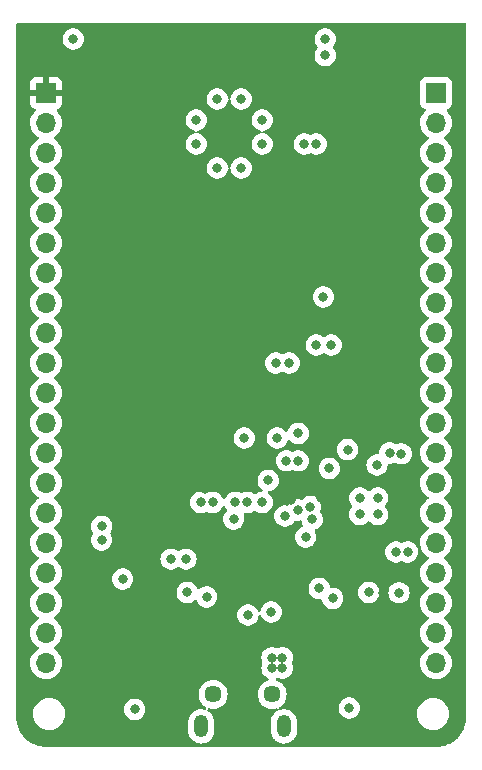
<source format=gbr>
%TF.GenerationSoftware,KiCad,Pcbnew,7.0.2*%
%TF.CreationDate,2023-06-11T23:23:11-04:00*%
%TF.ProjectId,SoftProject,536f6674-5072-46f6-9a65-63742e6b6963,rev?*%
%TF.SameCoordinates,Original*%
%TF.FileFunction,Copper,L3,Inr*%
%TF.FilePolarity,Positive*%
%FSLAX46Y46*%
G04 Gerber Fmt 4.6, Leading zero omitted, Abs format (unit mm)*
G04 Created by KiCad (PCBNEW 7.0.2) date 2023-06-11 23:23:11*
%MOMM*%
%LPD*%
G01*
G04 APERTURE LIST*
%TA.AperFunction,ComponentPad*%
%ADD10O,1.200000X1.900000*%
%TD*%
%TA.AperFunction,ComponentPad*%
%ADD11C,1.450000*%
%TD*%
%TA.AperFunction,ComponentPad*%
%ADD12R,1.700000X1.700000*%
%TD*%
%TA.AperFunction,ComponentPad*%
%ADD13O,1.700000X1.700000*%
%TD*%
%TA.AperFunction,ViaPad*%
%ADD14C,0.800000*%
%TD*%
G04 APERTURE END LIST*
D10*
%TO.N,N/C*%
%TO.C,J1*%
X98110000Y-116619000D03*
D11*
X92110000Y-113919000D03*
D10*
X91110000Y-116619000D03*
D11*
X97110000Y-113919000D03*
%TD*%
D12*
%TO.N,GND*%
%TO.C,J3*%
X110998000Y-62992000D03*
D13*
%TO.N,/CHIP_PU*%
X110998000Y-65532000D03*
%TO.N,/GPIO46*%
X110998000Y-68072000D03*
%TO.N,/GPIO45*%
X110998000Y-70612000D03*
%TO.N,/RXD*%
X110998000Y-73152000D03*
%TO.N,/TXD*%
X110998000Y-75692000D03*
%TO.N,/GPIO42*%
X110998000Y-78232000D03*
%TO.N,/GPIO41*%
X110998000Y-80772000D03*
%TO.N,/GPIO40*%
X110998000Y-83312000D03*
%TO.N,/GPIO39*%
X110998000Y-85852000D03*
%TO.N,/GPIO38*%
X110998000Y-88392000D03*
%TO.N,/GPIO37*%
X110998000Y-90932000D03*
%TO.N,/GPIO36*%
X110998000Y-93472000D03*
%TO.N,/GPIO35*%
X110998000Y-96012000D03*
%TO.N,/GPIO34*%
X110998000Y-98552000D03*
%TO.N,/GPIO33*%
X110998000Y-101092000D03*
%TO.N,/GPIO26*%
X110998000Y-103632000D03*
%TO.N,/GPIO21*%
X110998000Y-106172000D03*
%TO.N,GND*%
X110998000Y-108712000D03*
X110998000Y-111252000D03*
%TD*%
D12*
%TO.N,+3.3V*%
%TO.C,J4*%
X77978000Y-62992000D03*
D13*
%TO.N,/GPIO0*%
X77978000Y-65532000D03*
%TO.N,/GPIO1*%
X77978000Y-68072000D03*
%TO.N,/GPIO2*%
X77978000Y-70612000D03*
%TO.N,/GPIO3*%
X77978000Y-73152000D03*
%TO.N,/GPIO4*%
X77978000Y-75692000D03*
%TO.N,/GPIO5*%
X77978000Y-78232000D03*
%TO.N,/GPIO6*%
X77978000Y-80772000D03*
%TO.N,/GPIO7*%
X77978000Y-83312000D03*
%TO.N,/GPIO8*%
X77978000Y-85852000D03*
%TO.N,/GPIO9*%
X77978000Y-88392000D03*
%TO.N,/GPIO10*%
X77978000Y-90932000D03*
%TO.N,/GPIO11*%
X77978000Y-93472000D03*
%TO.N,/GPIO12*%
X77978000Y-96012000D03*
%TO.N,/GPIO13*%
X77978000Y-98552000D03*
%TO.N,/GPIO14*%
X77978000Y-101092000D03*
%TO.N,/GPIO15*%
X77978000Y-103632000D03*
%TO.N,/GPIO16*%
X77978000Y-106172000D03*
%TO.N,/GPIO17*%
X77978000Y-108712000D03*
%TO.N,+5V*%
X77978000Y-111252000D03*
%TD*%
D14*
%TO.N,GND*%
X101600000Y-58420000D03*
X96266000Y-65278000D03*
X97980500Y-111696500D03*
X104521000Y-98679000D03*
X94488000Y-63500000D03*
X92456000Y-69342000D03*
X88544400Y-102463600D03*
X91059000Y-97663000D03*
X85471000Y-115189000D03*
X92075000Y-97663000D03*
X97091500Y-110807500D03*
X97091500Y-111696500D03*
X105283000Y-105283000D03*
X101943701Y-94779299D03*
X90678000Y-67310000D03*
X104521000Y-97282000D03*
X93980000Y-97663000D03*
X90678000Y-65278000D03*
X89814400Y-102463600D03*
X102235000Y-105791000D03*
X80264000Y-58420000D03*
X97980500Y-110807500D03*
X106045000Y-97282000D03*
X82677000Y-100838000D03*
X106045000Y-98679000D03*
X99314000Y-94138500D03*
X96266000Y-67310000D03*
X92456000Y-63500000D03*
X91567000Y-105664000D03*
X97409000Y-85852000D03*
X94488000Y-69342000D03*
X84455000Y-104140000D03*
X98552000Y-85852000D03*
X94996000Y-97663000D03*
X101442000Y-80264000D03*
X103632000Y-115062000D03*
X107848400Y-105308400D03*
X93853000Y-99060000D03*
X82677000Y-99695000D03*
%TO.N,/D-*%
X100488750Y-99091750D03*
X97536000Y-92202000D03*
X99262232Y-98292550D03*
%TO.N,/D+*%
X100330000Y-98021000D03*
X99314000Y-91821000D03*
%TO.N,VBUS*%
X97028000Y-106934000D03*
X95057500Y-107188000D03*
X99949000Y-100599464D03*
X98184378Y-98819378D03*
%TO.N,/RTS*%
X103490640Y-93187866D03*
X105984500Y-94488000D03*
%TO.N,/IO0_Auto*%
X94742000Y-92202000D03*
X96774000Y-95788500D03*
%TO.N,+3.3V*%
X86106000Y-104140000D03*
X91440000Y-96520000D03*
X106527600Y-105308400D03*
X98736206Y-97442667D03*
X86995000Y-104140000D03*
X87236970Y-92177196D03*
X85598000Y-92202000D03*
X101219000Y-97321500D03*
X91440000Y-94869000D03*
X86487000Y-98552000D03*
X91567000Y-83820000D03*
X107188000Y-59690000D03*
X80264000Y-60452000D03*
%TO.N,/GPIO0*%
X96266000Y-97663000D03*
X89916000Y-105283000D03*
%TO.N,/GPIO21*%
X107048506Y-93471113D03*
X107585497Y-101854000D03*
%TO.N,/GPIO26*%
X108045500Y-93541893D03*
X108585000Y-101854000D03*
%TO.N,/TXD*%
X102108000Y-84328000D03*
X100838000Y-67310000D03*
%TO.N,/RXD*%
X99822000Y-67310000D03*
X100838000Y-84328000D03*
%TO.N,/CHIP_PU*%
X98314497Y-94138500D03*
X101092000Y-104942500D03*
X101600000Y-59817000D03*
%TD*%
%TA.AperFunction,Conductor*%
%TO.N,+3.3V*%
G36*
X113480539Y-57088685D02*
G01*
X113526294Y-57141489D01*
X113537500Y-57193000D01*
X113537500Y-115820519D01*
X113537305Y-115827472D01*
X113531012Y-115939524D01*
X113520801Y-116108330D01*
X113519275Y-116121613D01*
X113496723Y-116254343D01*
X113469995Y-116400195D01*
X113467182Y-116412163D01*
X113428983Y-116544752D01*
X113428214Y-116547314D01*
X113385580Y-116684132D01*
X113381756Y-116694695D01*
X113328317Y-116823707D01*
X113326832Y-116827145D01*
X113268712Y-116956282D01*
X113264164Y-116965372D01*
X113196207Y-117088331D01*
X113193796Y-117092500D01*
X113120958Y-117212988D01*
X113115971Y-117220592D01*
X113034423Y-117335525D01*
X113030904Y-117340244D01*
X112944326Y-117450752D01*
X112939175Y-117456906D01*
X112845139Y-117562133D01*
X112840360Y-117567187D01*
X112741187Y-117666360D01*
X112736133Y-117671139D01*
X112630906Y-117765175D01*
X112624752Y-117770326D01*
X112514244Y-117856904D01*
X112509525Y-117860423D01*
X112394592Y-117941971D01*
X112386988Y-117946958D01*
X112266500Y-118019796D01*
X112262331Y-118022207D01*
X112139372Y-118090164D01*
X112130282Y-118094712D01*
X112001145Y-118152832D01*
X111997707Y-118154317D01*
X111868695Y-118207756D01*
X111858132Y-118211580D01*
X111721314Y-118254214D01*
X111718752Y-118254983D01*
X111586167Y-118293180D01*
X111574191Y-118295995D01*
X111428344Y-118322723D01*
X111295608Y-118345276D01*
X111282335Y-118346800D01*
X111113525Y-118357012D01*
X111001472Y-118363305D01*
X110994520Y-118363500D01*
X77981481Y-118363500D01*
X77974528Y-118363305D01*
X77862475Y-118357012D01*
X77693668Y-118346801D01*
X77680385Y-118345275D01*
X77547656Y-118322723D01*
X77420694Y-118299456D01*
X77401800Y-118295994D01*
X77389837Y-118293182D01*
X77372400Y-118288159D01*
X77257246Y-118254983D01*
X77254684Y-118254214D01*
X77117866Y-118211580D01*
X77107303Y-118207756D01*
X76978291Y-118154317D01*
X76974873Y-118152841D01*
X76845713Y-118094710D01*
X76836626Y-118090164D01*
X76713667Y-118022207D01*
X76709498Y-118019796D01*
X76589010Y-117946958D01*
X76581406Y-117941971D01*
X76466473Y-117860423D01*
X76461754Y-117856904D01*
X76351246Y-117770326D01*
X76345092Y-117765175D01*
X76239865Y-117671139D01*
X76234811Y-117666360D01*
X76135638Y-117567187D01*
X76130859Y-117562133D01*
X76036823Y-117456906D01*
X76031672Y-117450752D01*
X75976142Y-117379873D01*
X75945078Y-117340223D01*
X75941575Y-117335525D01*
X75860027Y-117220592D01*
X75855040Y-117212988D01*
X75782202Y-117092500D01*
X75779791Y-117088331D01*
X75761272Y-117054824D01*
X75741180Y-117018471D01*
X90009499Y-117018471D01*
X90009500Y-117018491D01*
X90009500Y-117021425D01*
X90009779Y-117024355D01*
X90009781Y-117024380D01*
X90024471Y-117178215D01*
X90083683Y-117379873D01*
X90179990Y-117566684D01*
X90301574Y-117721289D01*
X90309908Y-117731886D01*
X90354270Y-117770326D01*
X90468745Y-117869520D01*
X90650153Y-117974256D01*
X90650756Y-117974604D01*
X90744241Y-118006959D01*
X90849366Y-118043344D01*
X90884298Y-118048366D01*
X91057398Y-118073254D01*
X91267330Y-118063254D01*
X91471576Y-118013704D01*
X91557955Y-117974256D01*
X91662752Y-117926397D01*
X91742624Y-117869520D01*
X91833952Y-117804486D01*
X91978986Y-117652378D01*
X92092613Y-117475572D01*
X92170725Y-117280457D01*
X92210500Y-117074085D01*
X92210500Y-116216575D01*
X92195528Y-116059782D01*
X92136316Y-115858125D01*
X92040011Y-115671318D01*
X91972618Y-115585622D01*
X91910093Y-115506115D01*
X91910092Y-115506114D01*
X91751256Y-115368481D01*
X91672067Y-115322761D01*
X91623852Y-115272193D01*
X91610630Y-115203586D01*
X91636598Y-115138722D01*
X91693512Y-115098194D01*
X91763303Y-115094870D01*
X91766101Y-115095583D01*
X91896381Y-115130492D01*
X92110000Y-115149181D01*
X92323619Y-115130492D01*
X92530747Y-115074992D01*
X92725091Y-114984368D01*
X92900745Y-114861373D01*
X93052373Y-114709745D01*
X93175368Y-114534091D01*
X93265992Y-114339747D01*
X93321492Y-114132619D01*
X93340181Y-113919000D01*
X93340181Y-113918999D01*
X95879818Y-113918999D01*
X95898507Y-114132616D01*
X95954008Y-114339748D01*
X96002848Y-114444485D01*
X96044632Y-114534091D01*
X96167627Y-114709745D01*
X96319255Y-114861373D01*
X96494909Y-114984368D01*
X96689253Y-115074992D01*
X96896381Y-115130492D01*
X97038793Y-115142951D01*
X97109999Y-115149181D01*
X97109999Y-115149180D01*
X97110000Y-115149181D01*
X97323619Y-115130492D01*
X97442099Y-115098745D01*
X97511946Y-115100408D01*
X97569809Y-115139570D01*
X97597314Y-115203798D01*
X97585728Y-115272700D01*
X97546119Y-115319527D01*
X97386048Y-115433514D01*
X97241013Y-115585623D01*
X97127387Y-115762425D01*
X97049274Y-115957545D01*
X97009500Y-116163913D01*
X97009499Y-117018471D01*
X97009500Y-117018491D01*
X97009500Y-117021425D01*
X97009779Y-117024355D01*
X97009781Y-117024380D01*
X97024471Y-117178215D01*
X97083683Y-117379873D01*
X97179990Y-117566684D01*
X97301574Y-117721289D01*
X97309908Y-117731886D01*
X97354270Y-117770326D01*
X97468745Y-117869520D01*
X97650153Y-117974256D01*
X97650756Y-117974604D01*
X97744241Y-118006959D01*
X97849366Y-118043344D01*
X97884298Y-118048366D01*
X98057398Y-118073254D01*
X98267330Y-118063254D01*
X98471576Y-118013704D01*
X98557955Y-117974256D01*
X98662752Y-117926397D01*
X98742624Y-117869520D01*
X98833952Y-117804486D01*
X98978986Y-117652378D01*
X99092613Y-117475572D01*
X99170725Y-117280457D01*
X99210500Y-117074085D01*
X99210500Y-116216575D01*
X99195528Y-116059782D01*
X99136316Y-115858125D01*
X99040011Y-115671318D01*
X98972618Y-115585622D01*
X98910093Y-115506115D01*
X98751254Y-115368479D01*
X98569245Y-115263396D01*
X98370633Y-115194655D01*
X98162603Y-115164746D01*
X98162602Y-115164746D01*
X98057635Y-115169746D01*
X97952669Y-115174746D01*
X97827277Y-115205166D01*
X97757486Y-115201841D01*
X97700572Y-115161312D01*
X97674604Y-115096447D01*
X97681244Y-115062000D01*
X102726540Y-115062000D01*
X102746326Y-115250257D01*
X102804820Y-115430284D01*
X102899466Y-115594216D01*
X103026129Y-115734889D01*
X103179269Y-115846151D01*
X103352197Y-115923144D01*
X103537352Y-115962500D01*
X103537354Y-115962500D01*
X103726648Y-115962500D01*
X103850083Y-115936262D01*
X103911803Y-115923144D01*
X104084730Y-115846151D01*
X104140810Y-115805407D01*
X104237870Y-115734889D01*
X104295113Y-115671315D01*
X104364533Y-115594216D01*
X104378514Y-115570000D01*
X109388340Y-115570000D01*
X109408936Y-115805407D01*
X109444873Y-115939524D01*
X109470097Y-116033663D01*
X109569965Y-116247829D01*
X109705505Y-116441401D01*
X109872599Y-116608495D01*
X110066171Y-116744035D01*
X110280337Y-116843903D01*
X110508592Y-116905063D01*
X110685034Y-116920500D01*
X110687742Y-116920500D01*
X110800258Y-116920500D01*
X110802966Y-116920500D01*
X110979408Y-116905063D01*
X111207663Y-116843903D01*
X111421829Y-116744035D01*
X111615401Y-116608495D01*
X111782495Y-116441401D01*
X111918035Y-116247830D01*
X112017903Y-116033663D01*
X112079063Y-115805408D01*
X112099659Y-115570000D01*
X112079063Y-115334592D01*
X112017903Y-115106337D01*
X111918035Y-114892171D01*
X111782495Y-114698599D01*
X111615401Y-114531505D01*
X111421829Y-114395965D01*
X111207663Y-114296097D01*
X111207663Y-114296096D01*
X110979407Y-114234936D01*
X110805667Y-114219736D01*
X110805659Y-114219735D01*
X110802966Y-114219500D01*
X110685034Y-114219500D01*
X110682341Y-114219735D01*
X110682332Y-114219736D01*
X110508592Y-114234936D01*
X110280336Y-114296097D01*
X110066170Y-114395965D01*
X109872598Y-114531505D01*
X109705508Y-114698595D01*
X109705505Y-114698598D01*
X109705505Y-114698599D01*
X109582869Y-114873742D01*
X109569964Y-114892172D01*
X109470097Y-115106337D01*
X109408936Y-115334592D01*
X109388340Y-115570000D01*
X104378514Y-115570000D01*
X104459179Y-115430284D01*
X104517674Y-115250256D01*
X104537460Y-115062000D01*
X104517674Y-114873744D01*
X104460766Y-114698599D01*
X104459179Y-114693715D01*
X104364533Y-114529783D01*
X104237870Y-114389110D01*
X104084730Y-114277848D01*
X103911802Y-114200855D01*
X103726648Y-114161500D01*
X103726646Y-114161500D01*
X103537354Y-114161500D01*
X103537352Y-114161500D01*
X103352197Y-114200855D01*
X103179269Y-114277848D01*
X103026129Y-114389110D01*
X102899466Y-114529783D01*
X102804820Y-114693715D01*
X102746326Y-114873742D01*
X102726540Y-115062000D01*
X97681244Y-115062000D01*
X97687828Y-115027840D01*
X97726917Y-114983089D01*
X97900745Y-114861373D01*
X98052373Y-114709745D01*
X98175368Y-114534091D01*
X98265992Y-114339747D01*
X98321492Y-114132619D01*
X98340181Y-113919000D01*
X98321492Y-113705381D01*
X98265992Y-113498253D01*
X98175368Y-113303910D01*
X98052373Y-113128255D01*
X97900745Y-112976627D01*
X97725091Y-112853632D01*
X97635485Y-112811848D01*
X97530748Y-112763008D01*
X97481484Y-112749808D01*
X97421824Y-112713443D01*
X97391295Y-112650596D01*
X97399590Y-112581220D01*
X97444075Y-112527342D01*
X97463132Y-112516758D01*
X97485565Y-112506770D01*
X97554811Y-112497485D01*
X97586435Y-112506771D01*
X97700697Y-112557644D01*
X97885852Y-112597000D01*
X97885854Y-112597000D01*
X98075148Y-112597000D01*
X98210678Y-112568192D01*
X98260303Y-112557644D01*
X98433230Y-112480651D01*
X98586371Y-112369388D01*
X98713033Y-112228716D01*
X98807679Y-112064784D01*
X98866174Y-111884756D01*
X98885960Y-111696500D01*
X98866174Y-111508244D01*
X98807679Y-111328216D01*
X98807678Y-111328215D01*
X98807678Y-111328213D01*
X98799472Y-111314001D01*
X98784429Y-111251999D01*
X109642340Y-111251999D01*
X109662936Y-111487407D01*
X109707709Y-111654502D01*
X109724097Y-111715663D01*
X109823965Y-111929830D01*
X109959505Y-112123401D01*
X110126599Y-112290495D01*
X110320170Y-112426035D01*
X110534337Y-112525903D01*
X110762592Y-112587062D01*
X110762592Y-112587063D01*
X110997999Y-112607659D01*
X110997999Y-112607658D01*
X110998000Y-112607659D01*
X111233408Y-112587063D01*
X111461663Y-112525903D01*
X111675830Y-112426035D01*
X111869401Y-112290495D01*
X112036495Y-112123401D01*
X112172035Y-111929830D01*
X112271903Y-111715663D01*
X112333063Y-111487408D01*
X112353659Y-111252000D01*
X112348234Y-111189999D01*
X112333063Y-111016592D01*
X112327480Y-110995756D01*
X112271903Y-110788337D01*
X112172035Y-110574171D01*
X112036495Y-110380599D01*
X111869401Y-110213505D01*
X111683839Y-110083573D01*
X111640217Y-110028998D01*
X111633024Y-109959499D01*
X111664546Y-109897145D01*
X111683837Y-109880428D01*
X111869401Y-109750495D01*
X112036495Y-109583401D01*
X112172035Y-109389830D01*
X112271903Y-109175663D01*
X112333063Y-108947408D01*
X112353659Y-108712000D01*
X112333063Y-108476592D01*
X112271903Y-108248337D01*
X112172035Y-108034171D01*
X112036495Y-107840599D01*
X111869401Y-107673505D01*
X111683839Y-107543573D01*
X111640216Y-107488998D01*
X111633022Y-107419500D01*
X111664545Y-107357145D01*
X111683837Y-107340428D01*
X111869401Y-107210495D01*
X112036495Y-107043401D01*
X112172035Y-106849830D01*
X112271903Y-106635663D01*
X112333063Y-106407408D01*
X112353659Y-106172000D01*
X112333063Y-105936592D01*
X112271903Y-105708337D01*
X112172035Y-105494171D01*
X112036495Y-105300599D01*
X111869401Y-105133505D01*
X111683839Y-105003573D01*
X111640215Y-104948997D01*
X111633023Y-104879498D01*
X111664545Y-104817144D01*
X111683831Y-104800432D01*
X111869401Y-104670495D01*
X112036495Y-104503401D01*
X112172035Y-104309830D01*
X112271903Y-104095663D01*
X112333063Y-103867408D01*
X112353659Y-103632000D01*
X112333063Y-103396592D01*
X112271903Y-103168337D01*
X112172035Y-102954171D01*
X112036495Y-102760599D01*
X111869401Y-102593505D01*
X111683839Y-102463573D01*
X111640216Y-102408998D01*
X111633022Y-102339500D01*
X111664545Y-102277145D01*
X111683837Y-102260428D01*
X111869401Y-102130495D01*
X112036495Y-101963401D01*
X112172035Y-101769830D01*
X112271903Y-101555663D01*
X112333063Y-101327408D01*
X112353659Y-101092000D01*
X112333063Y-100856592D01*
X112271903Y-100628337D01*
X112172035Y-100414171D01*
X112036495Y-100220599D01*
X111869401Y-100053505D01*
X111683839Y-99923573D01*
X111640215Y-99868997D01*
X111633023Y-99799498D01*
X111664545Y-99737144D01*
X111683831Y-99720432D01*
X111869401Y-99590495D01*
X112036495Y-99423401D01*
X112172035Y-99229830D01*
X112271903Y-99015663D01*
X112333063Y-98787408D01*
X112353659Y-98552000D01*
X112353321Y-98548142D01*
X112333063Y-98316592D01*
X112325177Y-98287161D01*
X112271903Y-98088337D01*
X112172035Y-97874171D01*
X112036495Y-97680599D01*
X111869401Y-97513505D01*
X111683839Y-97383573D01*
X111640216Y-97328998D01*
X111633022Y-97259500D01*
X111664545Y-97197145D01*
X111683837Y-97180428D01*
X111869401Y-97050495D01*
X112036495Y-96883401D01*
X112172035Y-96689830D01*
X112271903Y-96475663D01*
X112333063Y-96247408D01*
X112353659Y-96012000D01*
X112333063Y-95776592D01*
X112271903Y-95548337D01*
X112172035Y-95334171D01*
X112036495Y-95140599D01*
X111869401Y-94973505D01*
X111683839Y-94843573D01*
X111640215Y-94788997D01*
X111633023Y-94719498D01*
X111664545Y-94657144D01*
X111683831Y-94640432D01*
X111869401Y-94510495D01*
X112036495Y-94343401D01*
X112172035Y-94149830D01*
X112271903Y-93935663D01*
X112333063Y-93707408D01*
X112353659Y-93472000D01*
X112333063Y-93236592D01*
X112271903Y-93008337D01*
X112172035Y-92794171D01*
X112036495Y-92600599D01*
X111869401Y-92433505D01*
X111683839Y-92303573D01*
X111640216Y-92248998D01*
X111633022Y-92179500D01*
X111664545Y-92117145D01*
X111683837Y-92100428D01*
X111869401Y-91970495D01*
X112036495Y-91803401D01*
X112172035Y-91609830D01*
X112271903Y-91395663D01*
X112333063Y-91167408D01*
X112353659Y-90932000D01*
X112333063Y-90696592D01*
X112271903Y-90468337D01*
X112172035Y-90254171D01*
X112036495Y-90060599D01*
X111869401Y-89893505D01*
X111683839Y-89763573D01*
X111640215Y-89708997D01*
X111633023Y-89639498D01*
X111664545Y-89577144D01*
X111683831Y-89560432D01*
X111869401Y-89430495D01*
X112036495Y-89263401D01*
X112172035Y-89069830D01*
X112271903Y-88855663D01*
X112333063Y-88627408D01*
X112353659Y-88392000D01*
X112333063Y-88156592D01*
X112271903Y-87928337D01*
X112172035Y-87714171D01*
X112036495Y-87520599D01*
X111869401Y-87353505D01*
X111683839Y-87223573D01*
X111640216Y-87168998D01*
X111633022Y-87099500D01*
X111664545Y-87037145D01*
X111683837Y-87020428D01*
X111869401Y-86890495D01*
X112036495Y-86723401D01*
X112172035Y-86529830D01*
X112271903Y-86315663D01*
X112333063Y-86087408D01*
X112353659Y-85852000D01*
X112333063Y-85616592D01*
X112271903Y-85388337D01*
X112172035Y-85174171D01*
X112036495Y-84980599D01*
X111869401Y-84813505D01*
X111683839Y-84683573D01*
X111640215Y-84628997D01*
X111633023Y-84559498D01*
X111664545Y-84497144D01*
X111683831Y-84480432D01*
X111869401Y-84350495D01*
X112036495Y-84183401D01*
X112172035Y-83989830D01*
X112271903Y-83775663D01*
X112333063Y-83547408D01*
X112353659Y-83312000D01*
X112333063Y-83076592D01*
X112271903Y-82848337D01*
X112172035Y-82634171D01*
X112036495Y-82440599D01*
X111869401Y-82273505D01*
X111683839Y-82143573D01*
X111640216Y-82088998D01*
X111633022Y-82019500D01*
X111664545Y-81957145D01*
X111683837Y-81940428D01*
X111869401Y-81810495D01*
X112036495Y-81643401D01*
X112172035Y-81449830D01*
X112271903Y-81235663D01*
X112333063Y-81007408D01*
X112353659Y-80772000D01*
X112333063Y-80536592D01*
X112271903Y-80308337D01*
X112172035Y-80094171D01*
X112036495Y-79900599D01*
X111869401Y-79733505D01*
X111683839Y-79603573D01*
X111640215Y-79548997D01*
X111633023Y-79479498D01*
X111664545Y-79417144D01*
X111683831Y-79400432D01*
X111869401Y-79270495D01*
X112036495Y-79103401D01*
X112172035Y-78909830D01*
X112271903Y-78695663D01*
X112333063Y-78467408D01*
X112353659Y-78232000D01*
X112333063Y-77996592D01*
X112271903Y-77768337D01*
X112172035Y-77554171D01*
X112036495Y-77360599D01*
X111869401Y-77193505D01*
X111683839Y-77063573D01*
X111640216Y-77008998D01*
X111633022Y-76939500D01*
X111664545Y-76877145D01*
X111683837Y-76860428D01*
X111869401Y-76730495D01*
X112036495Y-76563401D01*
X112172035Y-76369830D01*
X112271903Y-76155663D01*
X112333063Y-75927408D01*
X112353659Y-75692000D01*
X112333063Y-75456592D01*
X112271903Y-75228337D01*
X112172035Y-75014171D01*
X112036495Y-74820599D01*
X111869401Y-74653505D01*
X111683839Y-74523573D01*
X111640215Y-74468997D01*
X111633023Y-74399498D01*
X111664545Y-74337144D01*
X111683831Y-74320432D01*
X111869401Y-74190495D01*
X112036495Y-74023401D01*
X112172035Y-73829830D01*
X112271903Y-73615663D01*
X112333063Y-73387408D01*
X112353659Y-73152000D01*
X112333063Y-72916592D01*
X112271903Y-72688337D01*
X112172035Y-72474171D01*
X112036495Y-72280599D01*
X111869401Y-72113505D01*
X111683839Y-71983573D01*
X111640216Y-71928998D01*
X111633022Y-71859500D01*
X111664545Y-71797145D01*
X111683837Y-71780428D01*
X111869401Y-71650495D01*
X112036495Y-71483401D01*
X112172035Y-71289830D01*
X112271903Y-71075663D01*
X112333063Y-70847408D01*
X112353659Y-70612000D01*
X112333063Y-70376592D01*
X112271903Y-70148337D01*
X112172035Y-69934171D01*
X112036495Y-69740599D01*
X111869401Y-69573505D01*
X111683839Y-69443573D01*
X111640216Y-69388998D01*
X111633022Y-69319500D01*
X111664545Y-69257145D01*
X111683837Y-69240428D01*
X111869401Y-69110495D01*
X112036495Y-68943401D01*
X112172035Y-68749830D01*
X112271903Y-68535663D01*
X112333063Y-68307408D01*
X112353659Y-68072000D01*
X112333063Y-67836592D01*
X112271903Y-67608337D01*
X112172035Y-67394171D01*
X112036495Y-67200599D01*
X111869401Y-67033505D01*
X111683839Y-66903573D01*
X111640216Y-66848998D01*
X111633022Y-66779500D01*
X111664545Y-66717145D01*
X111683837Y-66700428D01*
X111869401Y-66570495D01*
X112036495Y-66403401D01*
X112172035Y-66209830D01*
X112271903Y-65995663D01*
X112333063Y-65767408D01*
X112353659Y-65532000D01*
X112333063Y-65296592D01*
X112271903Y-65068337D01*
X112172035Y-64854171D01*
X112036495Y-64660599D01*
X111914569Y-64538672D01*
X111881084Y-64477350D01*
X111886068Y-64407658D01*
X111927940Y-64351725D01*
X111958915Y-64334810D01*
X112090331Y-64285796D01*
X112205546Y-64199546D01*
X112291796Y-64084331D01*
X112342091Y-63949483D01*
X112348500Y-63889873D01*
X112348499Y-62094128D01*
X112342091Y-62034517D01*
X112291796Y-61899669D01*
X112205546Y-61784454D01*
X112090331Y-61698204D01*
X111955483Y-61647909D01*
X111903816Y-61642354D01*
X111899166Y-61641854D01*
X111899165Y-61641853D01*
X111895873Y-61641500D01*
X111892550Y-61641500D01*
X110103439Y-61641500D01*
X110103420Y-61641500D01*
X110100128Y-61641501D01*
X110096848Y-61641853D01*
X110096840Y-61641854D01*
X110040515Y-61647909D01*
X109905669Y-61698204D01*
X109790454Y-61784454D01*
X109704204Y-61899668D01*
X109653910Y-62034515D01*
X109653909Y-62034517D01*
X109647500Y-62094127D01*
X109647500Y-62097448D01*
X109647500Y-62097449D01*
X109647500Y-63886560D01*
X109647500Y-63886578D01*
X109647501Y-63889872D01*
X109653909Y-63949483D01*
X109704204Y-64084331D01*
X109790454Y-64199546D01*
X109905669Y-64285796D01*
X110017907Y-64327658D01*
X110037082Y-64334810D01*
X110093016Y-64376681D01*
X110117433Y-64442146D01*
X110102581Y-64510419D01*
X110081431Y-64538673D01*
X109959503Y-64660601D01*
X109823965Y-64854170D01*
X109724097Y-65068336D01*
X109662936Y-65296592D01*
X109642340Y-65531999D01*
X109662936Y-65767407D01*
X109674407Y-65810216D01*
X109724097Y-65995663D01*
X109823965Y-66209830D01*
X109959505Y-66403401D01*
X110126599Y-66570495D01*
X110312160Y-66700426D01*
X110355783Y-66755002D01*
X110362976Y-66824501D01*
X110331454Y-66886855D01*
X110312159Y-66903575D01*
X110126595Y-67033508D01*
X109959505Y-67200598D01*
X109823965Y-67394170D01*
X109724097Y-67608336D01*
X109662936Y-67836592D01*
X109642340Y-68071999D01*
X109662936Y-68307407D01*
X109698866Y-68441500D01*
X109724097Y-68535663D01*
X109823965Y-68749830D01*
X109959505Y-68943401D01*
X110126599Y-69110495D01*
X110312160Y-69240426D01*
X110355783Y-69295002D01*
X110362976Y-69364501D01*
X110331454Y-69426855D01*
X110312159Y-69443575D01*
X110126595Y-69573508D01*
X109959505Y-69740598D01*
X109823965Y-69934170D01*
X109724097Y-70148336D01*
X109662936Y-70376592D01*
X109642340Y-70612000D01*
X109662936Y-70847407D01*
X109707709Y-71014501D01*
X109724097Y-71075663D01*
X109823965Y-71289830D01*
X109959505Y-71483401D01*
X110126599Y-71650495D01*
X110312160Y-71780426D01*
X110355783Y-71835002D01*
X110362976Y-71904501D01*
X110331454Y-71966855D01*
X110312159Y-71983575D01*
X110126595Y-72113508D01*
X109959505Y-72280598D01*
X109823965Y-72474170D01*
X109724097Y-72688336D01*
X109662936Y-72916592D01*
X109642340Y-73152000D01*
X109662936Y-73387407D01*
X109707709Y-73554502D01*
X109724097Y-73615663D01*
X109823965Y-73829830D01*
X109959505Y-74023401D01*
X110126599Y-74190495D01*
X110312160Y-74320426D01*
X110355783Y-74375002D01*
X110362976Y-74444501D01*
X110331454Y-74506855D01*
X110312159Y-74523575D01*
X110126595Y-74653508D01*
X109959505Y-74820598D01*
X109823965Y-75014170D01*
X109724097Y-75228336D01*
X109662936Y-75456592D01*
X109642340Y-75691999D01*
X109662936Y-75927407D01*
X109707709Y-76094502D01*
X109724097Y-76155663D01*
X109823965Y-76369830D01*
X109959505Y-76563401D01*
X110126599Y-76730495D01*
X110312160Y-76860426D01*
X110355783Y-76915002D01*
X110362976Y-76984501D01*
X110331454Y-77046855D01*
X110312159Y-77063575D01*
X110126595Y-77193508D01*
X109959505Y-77360598D01*
X109823965Y-77554170D01*
X109724097Y-77768336D01*
X109662936Y-77996592D01*
X109642340Y-78232000D01*
X109662936Y-78467407D01*
X109707709Y-78634502D01*
X109724097Y-78695663D01*
X109823965Y-78909830D01*
X109959505Y-79103401D01*
X110126599Y-79270495D01*
X110312160Y-79400426D01*
X110355783Y-79455002D01*
X110362976Y-79524501D01*
X110331454Y-79586855D01*
X110312160Y-79603574D01*
X110129059Y-79731783D01*
X110126595Y-79733508D01*
X109959505Y-79900598D01*
X109823965Y-80094170D01*
X109724097Y-80308336D01*
X109662936Y-80536592D01*
X109642340Y-80772000D01*
X109662936Y-81007407D01*
X109694484Y-81125144D01*
X109724097Y-81235663D01*
X109823965Y-81449830D01*
X109959505Y-81643401D01*
X110126599Y-81810495D01*
X110312160Y-81940426D01*
X110355783Y-81995002D01*
X110362976Y-82064501D01*
X110331454Y-82126855D01*
X110312159Y-82143575D01*
X110126595Y-82273508D01*
X109959505Y-82440598D01*
X109823965Y-82634170D01*
X109724097Y-82848336D01*
X109662936Y-83076592D01*
X109642340Y-83312000D01*
X109662936Y-83547407D01*
X109689569Y-83646801D01*
X109724097Y-83775663D01*
X109823965Y-83989830D01*
X109959505Y-84183401D01*
X110126599Y-84350495D01*
X110312160Y-84480426D01*
X110355783Y-84535002D01*
X110362976Y-84604501D01*
X110331454Y-84666855D01*
X110312159Y-84683575D01*
X110126595Y-84813508D01*
X109959505Y-84980598D01*
X109823965Y-85174170D01*
X109724097Y-85388336D01*
X109662936Y-85616592D01*
X109642340Y-85851999D01*
X109662936Y-86087407D01*
X109707709Y-86254502D01*
X109724097Y-86315663D01*
X109823965Y-86529830D01*
X109959505Y-86723401D01*
X110126599Y-86890495D01*
X110312160Y-87020426D01*
X110355783Y-87075002D01*
X110362976Y-87144501D01*
X110331454Y-87206855D01*
X110312159Y-87223575D01*
X110126595Y-87353508D01*
X109959505Y-87520598D01*
X109823965Y-87714170D01*
X109724097Y-87928336D01*
X109662936Y-88156592D01*
X109642340Y-88391999D01*
X109662936Y-88627407D01*
X109707709Y-88794501D01*
X109724097Y-88855663D01*
X109823965Y-89069830D01*
X109959505Y-89263401D01*
X110126599Y-89430495D01*
X110312160Y-89560426D01*
X110355783Y-89615002D01*
X110362976Y-89684501D01*
X110331454Y-89746855D01*
X110312159Y-89763575D01*
X110126595Y-89893508D01*
X109959505Y-90060598D01*
X109823965Y-90254170D01*
X109724097Y-90468336D01*
X109662936Y-90696592D01*
X109642340Y-90932000D01*
X109662936Y-91167407D01*
X109695459Y-91288783D01*
X109724097Y-91395663D01*
X109823965Y-91609830D01*
X109959505Y-91803401D01*
X110126599Y-91970495D01*
X110312160Y-92100426D01*
X110355783Y-92155002D01*
X110362976Y-92224501D01*
X110331454Y-92286855D01*
X110312160Y-92303574D01*
X110185538Y-92392236D01*
X110126595Y-92433508D01*
X109959505Y-92600598D01*
X109823965Y-92794170D01*
X109724097Y-93008336D01*
X109662936Y-93236592D01*
X109642340Y-93472000D01*
X109662936Y-93707407D01*
X109679766Y-93770216D01*
X109724097Y-93935663D01*
X109823965Y-94149830D01*
X109959505Y-94343401D01*
X110126599Y-94510495D01*
X110312160Y-94640426D01*
X110355783Y-94695002D01*
X110362976Y-94764501D01*
X110331454Y-94826855D01*
X110312160Y-94843574D01*
X110210318Y-94914885D01*
X110126595Y-94973508D01*
X109959505Y-95140598D01*
X109823965Y-95334170D01*
X109724097Y-95548336D01*
X109662936Y-95776592D01*
X109642340Y-96012000D01*
X109662936Y-96247407D01*
X109698866Y-96381500D01*
X109724097Y-96475663D01*
X109823965Y-96689830D01*
X109959505Y-96883401D01*
X110126599Y-97050495D01*
X110312160Y-97180426D01*
X110355783Y-97235002D01*
X110362976Y-97304501D01*
X110331454Y-97366855D01*
X110312158Y-97383575D01*
X110161905Y-97488784D01*
X110126595Y-97513508D01*
X109959505Y-97680598D01*
X109823965Y-97874170D01*
X109724097Y-98088336D01*
X109662936Y-98316592D01*
X109642340Y-98551999D01*
X109662936Y-98787407D01*
X109707709Y-98954501D01*
X109724097Y-99015663D01*
X109823965Y-99229830D01*
X109959505Y-99423401D01*
X110126599Y-99590495D01*
X110312160Y-99720426D01*
X110355783Y-99775002D01*
X110362976Y-99844501D01*
X110331454Y-99906855D01*
X110312160Y-99923574D01*
X110259425Y-99960500D01*
X110126595Y-100053508D01*
X109959505Y-100220598D01*
X109823965Y-100414170D01*
X109724097Y-100628336D01*
X109662936Y-100856592D01*
X109642340Y-101091999D01*
X109662936Y-101327407D01*
X109674407Y-101370216D01*
X109724097Y-101555663D01*
X109823965Y-101769830D01*
X109959505Y-101963401D01*
X110126599Y-102130495D01*
X110312160Y-102260426D01*
X110355783Y-102315002D01*
X110362976Y-102384501D01*
X110331454Y-102446855D01*
X110312159Y-102463575D01*
X110126595Y-102593508D01*
X109959505Y-102760598D01*
X109823965Y-102954170D01*
X109724097Y-103168336D01*
X109662936Y-103396592D01*
X109642340Y-103632000D01*
X109662936Y-103867407D01*
X109685534Y-103951742D01*
X109724097Y-104095663D01*
X109823965Y-104309830D01*
X109959505Y-104503401D01*
X110126599Y-104670495D01*
X110312160Y-104800426D01*
X110355783Y-104855002D01*
X110362976Y-104924501D01*
X110331454Y-104986855D01*
X110312160Y-105003574D01*
X110129059Y-105131783D01*
X110126595Y-105133508D01*
X109959505Y-105300598D01*
X109823965Y-105494170D01*
X109724097Y-105708336D01*
X109662936Y-105936592D01*
X109642340Y-106172000D01*
X109662936Y-106407407D01*
X109691795Y-106515110D01*
X109724097Y-106635663D01*
X109823965Y-106849830D01*
X109959505Y-107043401D01*
X110126599Y-107210495D01*
X110312160Y-107340426D01*
X110355783Y-107395002D01*
X110362976Y-107464501D01*
X110331454Y-107526855D01*
X110312159Y-107543575D01*
X110126595Y-107673508D01*
X109959505Y-107840598D01*
X109823965Y-108034170D01*
X109724097Y-108248336D01*
X109662936Y-108476592D01*
X109642340Y-108711999D01*
X109662936Y-108947407D01*
X109707709Y-109114502D01*
X109724097Y-109175663D01*
X109823965Y-109389830D01*
X109959505Y-109583401D01*
X110126599Y-109750495D01*
X110312160Y-109880426D01*
X110355783Y-109935002D01*
X110362976Y-110004501D01*
X110331454Y-110066855D01*
X110312159Y-110083575D01*
X110126595Y-110213508D01*
X109959505Y-110380598D01*
X109823965Y-110574170D01*
X109724097Y-110788336D01*
X109662936Y-111016592D01*
X109642340Y-111251999D01*
X98784429Y-111251999D01*
X98782998Y-111246101D01*
X98799472Y-111189999D01*
X98807678Y-111175786D01*
X98807679Y-111175784D01*
X98866174Y-110995756D01*
X98885960Y-110807500D01*
X98866174Y-110619244D01*
X98807679Y-110439216D01*
X98807679Y-110439215D01*
X98713033Y-110275283D01*
X98586370Y-110134610D01*
X98433230Y-110023348D01*
X98260302Y-109946355D01*
X98075148Y-109907000D01*
X98075146Y-109907000D01*
X97885854Y-109907000D01*
X97885852Y-109907000D01*
X97700698Y-109946354D01*
X97586435Y-109997228D01*
X97517185Y-110006512D01*
X97485565Y-109997228D01*
X97371301Y-109946354D01*
X97186148Y-109907000D01*
X97186146Y-109907000D01*
X96996854Y-109907000D01*
X96996852Y-109907000D01*
X96811697Y-109946355D01*
X96638769Y-110023348D01*
X96485629Y-110134610D01*
X96358966Y-110275283D01*
X96264320Y-110439215D01*
X96205826Y-110619242D01*
X96186040Y-110807500D01*
X96205826Y-110995757D01*
X96264321Y-111175785D01*
X96272527Y-111189998D01*
X96289001Y-111257898D01*
X96272530Y-111313997D01*
X96264320Y-111328217D01*
X96205826Y-111508242D01*
X96186040Y-111696499D01*
X96205826Y-111884757D01*
X96264320Y-112064784D01*
X96358966Y-112228716D01*
X96485629Y-112369389D01*
X96638767Y-112480650D01*
X96646999Y-112484315D01*
X96733758Y-112522942D01*
X96786994Y-112568192D01*
X96807316Y-112635041D01*
X96788271Y-112702265D01*
X96735905Y-112748521D01*
X96715418Y-112755996D01*
X96689254Y-112763007D01*
X96494912Y-112853631D01*
X96494910Y-112853632D01*
X96319255Y-112976627D01*
X96319251Y-112976630D01*
X96167630Y-113128251D01*
X96044631Y-113303912D01*
X95954008Y-113498251D01*
X95898507Y-113705383D01*
X95879818Y-113918999D01*
X93340181Y-113918999D01*
X93321492Y-113705381D01*
X93265992Y-113498253D01*
X93175368Y-113303910D01*
X93052373Y-113128255D01*
X92900745Y-112976627D01*
X92725091Y-112853632D01*
X92635485Y-112811848D01*
X92530748Y-112763008D01*
X92323616Y-112707507D01*
X92110000Y-112688818D01*
X91896383Y-112707507D01*
X91689251Y-112763008D01*
X91494912Y-112853631D01*
X91494910Y-112853632D01*
X91319255Y-112976627D01*
X91319251Y-112976630D01*
X91167630Y-113128251D01*
X91044631Y-113303912D01*
X90954008Y-113498251D01*
X90898507Y-113705383D01*
X90879818Y-113919000D01*
X90898507Y-114132616D01*
X90954008Y-114339748D01*
X91002848Y-114444485D01*
X91044632Y-114534091D01*
X91167627Y-114709745D01*
X91319255Y-114861373D01*
X91483312Y-114976247D01*
X91526934Y-115030822D01*
X91534127Y-115100321D01*
X91502605Y-115162675D01*
X91442375Y-115198089D01*
X91382443Y-115195710D01*
X91382353Y-115196341D01*
X91376258Y-115195464D01*
X91372560Y-115195318D01*
X91371635Y-115195002D01*
X91370636Y-115194656D01*
X91162603Y-115164746D01*
X91162602Y-115164746D01*
X91057635Y-115169746D01*
X90952669Y-115174746D01*
X90748419Y-115224297D01*
X90557247Y-115311602D01*
X90386050Y-115433512D01*
X90241013Y-115585623D01*
X90127387Y-115762425D01*
X90049274Y-115957545D01*
X90009500Y-116163913D01*
X90009499Y-117018471D01*
X75741180Y-117018471D01*
X75711832Y-116965369D01*
X75707298Y-116956306D01*
X75649130Y-116827063D01*
X75647693Y-116823736D01*
X75594237Y-116694682D01*
X75590423Y-116684146D01*
X75547773Y-116547279D01*
X75547015Y-116544752D01*
X75542307Y-116528409D01*
X75508814Y-116412153D01*
X75506006Y-116400205D01*
X75479288Y-116254416D01*
X75456721Y-116121599D01*
X75455199Y-116108345D01*
X75444992Y-115939603D01*
X75438695Y-115827472D01*
X75438500Y-115820521D01*
X75438500Y-115570000D01*
X76876340Y-115570000D01*
X76896936Y-115805407D01*
X76932873Y-115939524D01*
X76958097Y-116033663D01*
X77057965Y-116247829D01*
X77193505Y-116441401D01*
X77360599Y-116608495D01*
X77554171Y-116744035D01*
X77768337Y-116843903D01*
X77996592Y-116905063D01*
X78173034Y-116920500D01*
X78175742Y-116920500D01*
X78288258Y-116920500D01*
X78290966Y-116920500D01*
X78467408Y-116905063D01*
X78695663Y-116843903D01*
X78909829Y-116744035D01*
X79103401Y-116608495D01*
X79270495Y-116441401D01*
X79406035Y-116247830D01*
X79505903Y-116033663D01*
X79567063Y-115805408D01*
X79587659Y-115570000D01*
X79567063Y-115334592D01*
X79528052Y-115189000D01*
X84565540Y-115189000D01*
X84566171Y-115195002D01*
X84585326Y-115377257D01*
X84643820Y-115557284D01*
X84738466Y-115721216D01*
X84865129Y-115861889D01*
X85018269Y-115973151D01*
X85191197Y-116050144D01*
X85376352Y-116089500D01*
X85376354Y-116089500D01*
X85565648Y-116089500D01*
X85705459Y-116059782D01*
X85750803Y-116050144D01*
X85923730Y-115973151D01*
X86076871Y-115861888D01*
X86203533Y-115721216D01*
X86298179Y-115557284D01*
X86356674Y-115377256D01*
X86376460Y-115189000D01*
X86356674Y-115000744D01*
X86315408Y-114873742D01*
X86298179Y-114820715D01*
X86203533Y-114656783D01*
X86076870Y-114516110D01*
X85923730Y-114404848D01*
X85750802Y-114327855D01*
X85565648Y-114288500D01*
X85565646Y-114288500D01*
X85376354Y-114288500D01*
X85376352Y-114288500D01*
X85191197Y-114327855D01*
X85018269Y-114404848D01*
X84865129Y-114516110D01*
X84738466Y-114656783D01*
X84643820Y-114820715D01*
X84585326Y-115000742D01*
X84575267Y-115096447D01*
X84565540Y-115189000D01*
X79528052Y-115189000D01*
X79505903Y-115106337D01*
X79406035Y-114892171D01*
X79270495Y-114698599D01*
X79103401Y-114531505D01*
X78909829Y-114395965D01*
X78695663Y-114296097D01*
X78695662Y-114296096D01*
X78467407Y-114234936D01*
X78293667Y-114219736D01*
X78293659Y-114219735D01*
X78290966Y-114219500D01*
X78173034Y-114219500D01*
X78170341Y-114219735D01*
X78170332Y-114219736D01*
X77996592Y-114234936D01*
X77768336Y-114296097D01*
X77554170Y-114395965D01*
X77360598Y-114531505D01*
X77193508Y-114698595D01*
X77193505Y-114698598D01*
X77193505Y-114698599D01*
X77070869Y-114873742D01*
X77057964Y-114892172D01*
X76958097Y-115106337D01*
X76896936Y-115334592D01*
X76876340Y-115570000D01*
X75438500Y-115570000D01*
X75438500Y-111252000D01*
X76622340Y-111252000D01*
X76642936Y-111487407D01*
X76687709Y-111654501D01*
X76704097Y-111715663D01*
X76803965Y-111929830D01*
X76939505Y-112123401D01*
X77106599Y-112290495D01*
X77300170Y-112426035D01*
X77514337Y-112525903D01*
X77742592Y-112587063D01*
X77978000Y-112607659D01*
X78213408Y-112587063D01*
X78441663Y-112525903D01*
X78655830Y-112426035D01*
X78849401Y-112290495D01*
X79016495Y-112123401D01*
X79152035Y-111929830D01*
X79251903Y-111715663D01*
X79313063Y-111487408D01*
X79333659Y-111252000D01*
X79313063Y-111016592D01*
X79251903Y-110788337D01*
X79152035Y-110574171D01*
X79016495Y-110380599D01*
X78849401Y-110213505D01*
X78663839Y-110083573D01*
X78620217Y-110028998D01*
X78613024Y-109959499D01*
X78644546Y-109897145D01*
X78663837Y-109880428D01*
X78849401Y-109750495D01*
X79016495Y-109583401D01*
X79152035Y-109389830D01*
X79251903Y-109175663D01*
X79313063Y-108947408D01*
X79333659Y-108712000D01*
X79313063Y-108476592D01*
X79251903Y-108248337D01*
X79152035Y-108034171D01*
X79016495Y-107840599D01*
X78849401Y-107673505D01*
X78663839Y-107543573D01*
X78620216Y-107488998D01*
X78613022Y-107419500D01*
X78644545Y-107357145D01*
X78663837Y-107340428D01*
X78849401Y-107210495D01*
X78871896Y-107188000D01*
X94152040Y-107188000D01*
X94171826Y-107376257D01*
X94230320Y-107556284D01*
X94324966Y-107720216D01*
X94451629Y-107860889D01*
X94604769Y-107972151D01*
X94777697Y-108049144D01*
X94962852Y-108088500D01*
X94962854Y-108088500D01*
X95152148Y-108088500D01*
X95275584Y-108062262D01*
X95337303Y-108049144D01*
X95510230Y-107972151D01*
X95663371Y-107860888D01*
X95790033Y-107720216D01*
X95884679Y-107556284D01*
X95943174Y-107376256D01*
X95951042Y-107301393D01*
X95977625Y-107236781D01*
X96034922Y-107196796D01*
X96104741Y-107194136D01*
X96164915Y-107229645D01*
X96192293Y-107276039D01*
X96200820Y-107302284D01*
X96295466Y-107466216D01*
X96422129Y-107606889D01*
X96575269Y-107718151D01*
X96748197Y-107795144D01*
X96933352Y-107834500D01*
X96933354Y-107834500D01*
X97122648Y-107834500D01*
X97246084Y-107808262D01*
X97307803Y-107795144D01*
X97480730Y-107718151D01*
X97633871Y-107606888D01*
X97760533Y-107466216D01*
X97855179Y-107302284D01*
X97913674Y-107122256D01*
X97933460Y-106934000D01*
X97913674Y-106745744D01*
X97855179Y-106565716D01*
X97855179Y-106565715D01*
X97760533Y-106401783D01*
X97633870Y-106261110D01*
X97480730Y-106149848D01*
X97307802Y-106072855D01*
X97122648Y-106033500D01*
X97122646Y-106033500D01*
X96933354Y-106033500D01*
X96933352Y-106033500D01*
X96748197Y-106072855D01*
X96575269Y-106149848D01*
X96422129Y-106261110D01*
X96295466Y-106401783D01*
X96200820Y-106565715D01*
X96142326Y-106745742D01*
X96134458Y-106820604D01*
X96107873Y-106885219D01*
X96050575Y-106925203D01*
X95980756Y-106927863D01*
X95920583Y-106892353D01*
X95893207Y-106845962D01*
X95884679Y-106819716D01*
X95884677Y-106819712D01*
X95790033Y-106655783D01*
X95663370Y-106515110D01*
X95510230Y-106403848D01*
X95337302Y-106326855D01*
X95152148Y-106287500D01*
X95152146Y-106287500D01*
X94962854Y-106287500D01*
X94962852Y-106287500D01*
X94777697Y-106326855D01*
X94604769Y-106403848D01*
X94451629Y-106515110D01*
X94324966Y-106655783D01*
X94230320Y-106819715D01*
X94171826Y-106999742D01*
X94152040Y-107188000D01*
X78871896Y-107188000D01*
X79016495Y-107043401D01*
X79152035Y-106849830D01*
X79251903Y-106635663D01*
X79313063Y-106407408D01*
X79333659Y-106172000D01*
X79313063Y-105936592D01*
X79251903Y-105708337D01*
X79152035Y-105494171D01*
X79016495Y-105300599D01*
X78998896Y-105283000D01*
X89010540Y-105283000D01*
X89030326Y-105471257D01*
X89088820Y-105651284D01*
X89183466Y-105815216D01*
X89310129Y-105955889D01*
X89463269Y-106067151D01*
X89636197Y-106144144D01*
X89821352Y-106183500D01*
X89821354Y-106183500D01*
X90010648Y-106183500D01*
X90134084Y-106157262D01*
X90195803Y-106144144D01*
X90368730Y-106067151D01*
X90416721Y-106032284D01*
X90532415Y-105948228D01*
X90533445Y-105949646D01*
X90579552Y-105921237D01*
X90649409Y-105922562D01*
X90707460Y-105961444D01*
X90730155Y-106002536D01*
X90739821Y-106032285D01*
X90834466Y-106196216D01*
X90961129Y-106336889D01*
X91114269Y-106448151D01*
X91287197Y-106525144D01*
X91472352Y-106564500D01*
X91472354Y-106564500D01*
X91661648Y-106564500D01*
X91785083Y-106538262D01*
X91846803Y-106525144D01*
X92019730Y-106448151D01*
X92172871Y-106336888D01*
X92299533Y-106196216D01*
X92394179Y-106032284D01*
X92452674Y-105852256D01*
X92472460Y-105664000D01*
X92452674Y-105475744D01*
X92399075Y-105310784D01*
X92394179Y-105295715D01*
X92299533Y-105131783D01*
X92172870Y-104991110D01*
X92105964Y-104942500D01*
X100186540Y-104942500D01*
X100206326Y-105130757D01*
X100264820Y-105310784D01*
X100359466Y-105474716D01*
X100486129Y-105615389D01*
X100639269Y-105726651D01*
X100812197Y-105803644D01*
X100997352Y-105843000D01*
X100997354Y-105843000D01*
X101186643Y-105843000D01*
X101186646Y-105843000D01*
X101197056Y-105840787D01*
X101266720Y-105846102D01*
X101322455Y-105888237D01*
X101346157Y-105949113D01*
X101349325Y-105979253D01*
X101407820Y-106159284D01*
X101502466Y-106323216D01*
X101629129Y-106463889D01*
X101782269Y-106575151D01*
X101955197Y-106652144D01*
X102140352Y-106691500D01*
X102140354Y-106691500D01*
X102329648Y-106691500D01*
X102453083Y-106665262D01*
X102514803Y-106652144D01*
X102687730Y-106575151D01*
X102840871Y-106463888D01*
X102967533Y-106323216D01*
X103062179Y-106159284D01*
X103120674Y-105979256D01*
X103140460Y-105791000D01*
X103120674Y-105602744D01*
X103062179Y-105422716D01*
X103062179Y-105422715D01*
X102981515Y-105283000D01*
X104377540Y-105283000D01*
X104397326Y-105471257D01*
X104455820Y-105651284D01*
X104550466Y-105815216D01*
X104677129Y-105955889D01*
X104830269Y-106067151D01*
X105003197Y-106144144D01*
X105188352Y-106183500D01*
X105188354Y-106183500D01*
X105377648Y-106183500D01*
X105501084Y-106157262D01*
X105562803Y-106144144D01*
X105735730Y-106067151D01*
X105824665Y-106002536D01*
X105888870Y-105955889D01*
X106015533Y-105815216D01*
X106110179Y-105651284D01*
X106125951Y-105602742D01*
X106168674Y-105471256D01*
X106185791Y-105308399D01*
X106942940Y-105308399D01*
X106962726Y-105496657D01*
X107021220Y-105676684D01*
X107115866Y-105840616D01*
X107242529Y-105981289D01*
X107395669Y-106092551D01*
X107568597Y-106169544D01*
X107753752Y-106208900D01*
X107753754Y-106208900D01*
X107943048Y-106208900D01*
X108116648Y-106172000D01*
X108128203Y-106169544D01*
X108301130Y-106092551D01*
X108382407Y-106033500D01*
X108454270Y-105981289D01*
X108580933Y-105840616D01*
X108675579Y-105676684D01*
X108695495Y-105615388D01*
X108734074Y-105496656D01*
X108753860Y-105308400D01*
X108734074Y-105120144D01*
X108694638Y-104998772D01*
X108675579Y-104940115D01*
X108580933Y-104776183D01*
X108454270Y-104635510D01*
X108301130Y-104524248D01*
X108128202Y-104447255D01*
X107943048Y-104407900D01*
X107943046Y-104407900D01*
X107753754Y-104407900D01*
X107753752Y-104407900D01*
X107568597Y-104447255D01*
X107395669Y-104524248D01*
X107242529Y-104635510D01*
X107115866Y-104776183D01*
X107021220Y-104940115D01*
X106962726Y-105120142D01*
X106942940Y-105308399D01*
X106185791Y-105308399D01*
X106188460Y-105283000D01*
X106168674Y-105094744D01*
X106118432Y-104940115D01*
X106110179Y-104914715D01*
X106015533Y-104750783D01*
X105888870Y-104610110D01*
X105735730Y-104498848D01*
X105562802Y-104421855D01*
X105377648Y-104382500D01*
X105377646Y-104382500D01*
X105188354Y-104382500D01*
X105188352Y-104382500D01*
X105003197Y-104421855D01*
X104830269Y-104498848D01*
X104677129Y-104610110D01*
X104550466Y-104750783D01*
X104455820Y-104914715D01*
X104397326Y-105094742D01*
X104377540Y-105283000D01*
X102981515Y-105283000D01*
X102967533Y-105258783D01*
X102840870Y-105118110D01*
X102687730Y-105006848D01*
X102514802Y-104929855D01*
X102329648Y-104890500D01*
X102329646Y-104890500D01*
X102140354Y-104890500D01*
X102140353Y-104890500D01*
X102129940Y-104892713D01*
X102060273Y-104887395D01*
X102004540Y-104845257D01*
X101980841Y-104784380D01*
X101977674Y-104754242D01*
X101919179Y-104574215D01*
X101824533Y-104410283D01*
X101697870Y-104269610D01*
X101544730Y-104158348D01*
X101371802Y-104081355D01*
X101186648Y-104042000D01*
X101186646Y-104042000D01*
X100997354Y-104042000D01*
X100997352Y-104042000D01*
X100812197Y-104081355D01*
X100639269Y-104158348D01*
X100486129Y-104269610D01*
X100359466Y-104410283D01*
X100264820Y-104574215D01*
X100206326Y-104754242D01*
X100186540Y-104942500D01*
X92105964Y-104942500D01*
X92019730Y-104879848D01*
X91846802Y-104802855D01*
X91661648Y-104763500D01*
X91661646Y-104763500D01*
X91472354Y-104763500D01*
X91472352Y-104763500D01*
X91287197Y-104802855D01*
X91114269Y-104879848D01*
X90950585Y-104998772D01*
X90949555Y-104997354D01*
X90903431Y-105025767D01*
X90833574Y-105024432D01*
X90775528Y-104985542D01*
X90752844Y-104944461D01*
X90743179Y-104914716D01*
X90648533Y-104750783D01*
X90521870Y-104610110D01*
X90368730Y-104498848D01*
X90195802Y-104421855D01*
X90010648Y-104382500D01*
X90010646Y-104382500D01*
X89821354Y-104382500D01*
X89821352Y-104382500D01*
X89636197Y-104421855D01*
X89463269Y-104498848D01*
X89310129Y-104610110D01*
X89183466Y-104750783D01*
X89088820Y-104914715D01*
X89030326Y-105094742D01*
X89010540Y-105283000D01*
X78998896Y-105283000D01*
X78849401Y-105133505D01*
X78663839Y-105003573D01*
X78620216Y-104948998D01*
X78613022Y-104879500D01*
X78644545Y-104817145D01*
X78663837Y-104800428D01*
X78849401Y-104670495D01*
X79016495Y-104503401D01*
X79152035Y-104309830D01*
X79231229Y-104139999D01*
X83549540Y-104139999D01*
X83569326Y-104328257D01*
X83627820Y-104508284D01*
X83722466Y-104672216D01*
X83849129Y-104812889D01*
X84002269Y-104924151D01*
X84175197Y-105001144D01*
X84360352Y-105040500D01*
X84360354Y-105040500D01*
X84549648Y-105040500D01*
X84673083Y-105014262D01*
X84734803Y-105001144D01*
X84907730Y-104924151D01*
X84954047Y-104890500D01*
X85060870Y-104812889D01*
X85093920Y-104776184D01*
X85187533Y-104672216D01*
X85282179Y-104508284D01*
X85340674Y-104328256D01*
X85360460Y-104140000D01*
X85340674Y-103951744D01*
X85282179Y-103771716D01*
X85282179Y-103771715D01*
X85187533Y-103607783D01*
X85060870Y-103467110D01*
X84907730Y-103355848D01*
X84734802Y-103278855D01*
X84549648Y-103239500D01*
X84549646Y-103239500D01*
X84360354Y-103239500D01*
X84360352Y-103239500D01*
X84175197Y-103278855D01*
X84002269Y-103355848D01*
X83849129Y-103467110D01*
X83722466Y-103607783D01*
X83627820Y-103771715D01*
X83569326Y-103951742D01*
X83549540Y-104139999D01*
X79231229Y-104139999D01*
X79251903Y-104095663D01*
X79313063Y-103867408D01*
X79333659Y-103632000D01*
X79313063Y-103396592D01*
X79251903Y-103168337D01*
X79152035Y-102954171D01*
X79016495Y-102760599D01*
X78849401Y-102593505D01*
X78663878Y-102463600D01*
X87638940Y-102463600D01*
X87658726Y-102651857D01*
X87717220Y-102831884D01*
X87811866Y-102995816D01*
X87938529Y-103136489D01*
X88091669Y-103247751D01*
X88264597Y-103324744D01*
X88449752Y-103364100D01*
X88449754Y-103364100D01*
X88639048Y-103364100D01*
X88762484Y-103337862D01*
X88824203Y-103324744D01*
X88997130Y-103247751D01*
X89008487Y-103239500D01*
X89106515Y-103168279D01*
X89172321Y-103144799D01*
X89240375Y-103160624D01*
X89252285Y-103168279D01*
X89361669Y-103247751D01*
X89534597Y-103324744D01*
X89719752Y-103364100D01*
X89719754Y-103364100D01*
X89909048Y-103364100D01*
X90032483Y-103337862D01*
X90094203Y-103324744D01*
X90267130Y-103247751D01*
X90278487Y-103239500D01*
X90420270Y-103136489D01*
X90546933Y-102995816D01*
X90641579Y-102831884D01*
X90664741Y-102760598D01*
X90700074Y-102651856D01*
X90719860Y-102463600D01*
X90700074Y-102275344D01*
X90669732Y-102181963D01*
X90641579Y-102095315D01*
X90546933Y-101931383D01*
X90477256Y-101853999D01*
X106680037Y-101853999D01*
X106699823Y-102042257D01*
X106758317Y-102222284D01*
X106852963Y-102386216D01*
X106979626Y-102526889D01*
X107132766Y-102638151D01*
X107305694Y-102715144D01*
X107490849Y-102754500D01*
X107490851Y-102754500D01*
X107680145Y-102754500D01*
X107865297Y-102715145D01*
X107865298Y-102715144D01*
X107865300Y-102715144D01*
X108034814Y-102639670D01*
X108104060Y-102630385D01*
X108135683Y-102639671D01*
X108305197Y-102715144D01*
X108490352Y-102754500D01*
X108490354Y-102754500D01*
X108679648Y-102754500D01*
X108803084Y-102728262D01*
X108864803Y-102715144D01*
X109037730Y-102638151D01*
X109190871Y-102526888D01*
X109317533Y-102386216D01*
X109412179Y-102222284D01*
X109470674Y-102042256D01*
X109490460Y-101854000D01*
X109470674Y-101665744D01*
X109420358Y-101510888D01*
X109412179Y-101485715D01*
X109317533Y-101321783D01*
X109190870Y-101181110D01*
X109037730Y-101069848D01*
X108864802Y-100992855D01*
X108679648Y-100953500D01*
X108679646Y-100953500D01*
X108490354Y-100953500D01*
X108490352Y-100953500D01*
X108305197Y-100992855D01*
X108135684Y-101068328D01*
X108066434Y-101077613D01*
X108034812Y-101068328D01*
X107865299Y-100992855D01*
X107680145Y-100953500D01*
X107680143Y-100953500D01*
X107490851Y-100953500D01*
X107490849Y-100953500D01*
X107305694Y-100992855D01*
X107132766Y-101069848D01*
X106979626Y-101181110D01*
X106852963Y-101321783D01*
X106758317Y-101485715D01*
X106699823Y-101665742D01*
X106680037Y-101853999D01*
X90477256Y-101853999D01*
X90420270Y-101790710D01*
X90267130Y-101679448D01*
X90094202Y-101602455D01*
X89909048Y-101563100D01*
X89909046Y-101563100D01*
X89719754Y-101563100D01*
X89719752Y-101563100D01*
X89534597Y-101602455D01*
X89361669Y-101679448D01*
X89252285Y-101758921D01*
X89186479Y-101782401D01*
X89118425Y-101766576D01*
X89106515Y-101758921D01*
X88997130Y-101679448D01*
X88824202Y-101602455D01*
X88639048Y-101563100D01*
X88639046Y-101563100D01*
X88449754Y-101563100D01*
X88449752Y-101563100D01*
X88264597Y-101602455D01*
X88091669Y-101679448D01*
X87938529Y-101790710D01*
X87811866Y-101931383D01*
X87717220Y-102095315D01*
X87658726Y-102275342D01*
X87638940Y-102463600D01*
X78663878Y-102463600D01*
X78663839Y-102463573D01*
X78620216Y-102408998D01*
X78613022Y-102339500D01*
X78644545Y-102277145D01*
X78663837Y-102260428D01*
X78849401Y-102130495D01*
X79016495Y-101963401D01*
X79152035Y-101769830D01*
X79251903Y-101555663D01*
X79313063Y-101327408D01*
X79333659Y-101092000D01*
X79313063Y-100856592D01*
X79308081Y-100838000D01*
X81771540Y-100838000D01*
X81791326Y-101026257D01*
X81849820Y-101206284D01*
X81944466Y-101370216D01*
X82071129Y-101510889D01*
X82224269Y-101622151D01*
X82397197Y-101699144D01*
X82582352Y-101738500D01*
X82582354Y-101738500D01*
X82771648Y-101738500D01*
X82895084Y-101712262D01*
X82956803Y-101699144D01*
X83129730Y-101622151D01*
X83282871Y-101510888D01*
X83409533Y-101370216D01*
X83504179Y-101206284D01*
X83562674Y-101026256D01*
X83582460Y-100838000D01*
X83562674Y-100649744D01*
X83504179Y-100469716D01*
X83504179Y-100469715D01*
X83422647Y-100328499D01*
X83406174Y-100260599D01*
X83422644Y-100204505D01*
X83504179Y-100063284D01*
X83562674Y-99883256D01*
X83582460Y-99695000D01*
X83562674Y-99506744D01*
X83512263Y-99351595D01*
X83504179Y-99326715D01*
X83409533Y-99162783D01*
X83282870Y-99022110D01*
X83129730Y-98910848D01*
X82956802Y-98833855D01*
X82771648Y-98794500D01*
X82771646Y-98794500D01*
X82582354Y-98794500D01*
X82582352Y-98794500D01*
X82397197Y-98833855D01*
X82224269Y-98910848D01*
X82071129Y-99022110D01*
X81944466Y-99162783D01*
X81849820Y-99326715D01*
X81791326Y-99506742D01*
X81771540Y-99695000D01*
X81791326Y-99883257D01*
X81849820Y-100063284D01*
X81931351Y-100204500D01*
X81947824Y-100272401D01*
X81931351Y-100328500D01*
X81849820Y-100469715D01*
X81791326Y-100649742D01*
X81771540Y-100838000D01*
X79308081Y-100838000D01*
X79251903Y-100628337D01*
X79152035Y-100414171D01*
X79016495Y-100220599D01*
X78849401Y-100053505D01*
X78663839Y-99923573D01*
X78620217Y-99868998D01*
X78613024Y-99799499D01*
X78644546Y-99737145D01*
X78663837Y-99720428D01*
X78849401Y-99590495D01*
X79016495Y-99423401D01*
X79152035Y-99229830D01*
X79251903Y-99015663D01*
X79313063Y-98787408D01*
X79333659Y-98552000D01*
X79333321Y-98548142D01*
X79313063Y-98316592D01*
X79305177Y-98287161D01*
X79251903Y-98088337D01*
X79152035Y-97874171D01*
X79016495Y-97680599D01*
X78998895Y-97662999D01*
X90153540Y-97662999D01*
X90173326Y-97851257D01*
X90231820Y-98031284D01*
X90326466Y-98195216D01*
X90453129Y-98335889D01*
X90606269Y-98447151D01*
X90779197Y-98524144D01*
X90964352Y-98563500D01*
X90964354Y-98563500D01*
X91153648Y-98563500D01*
X91277083Y-98537262D01*
X91338803Y-98524144D01*
X91450755Y-98474298D01*
X91516564Y-98444999D01*
X91585814Y-98435714D01*
X91617436Y-98444999D01*
X91795197Y-98524144D01*
X91980352Y-98563500D01*
X91980354Y-98563500D01*
X92169648Y-98563500D01*
X92293083Y-98537262D01*
X92354803Y-98524144D01*
X92527730Y-98447151D01*
X92600907Y-98393985D01*
X92680870Y-98335889D01*
X92807533Y-98195216D01*
X92869240Y-98088336D01*
X92902179Y-98031284D01*
X92909568Y-98008541D01*
X92949006Y-97950865D01*
X93013364Y-97923666D01*
X93082210Y-97935580D01*
X93133687Y-97982824D01*
X93145431Y-98008541D01*
X93152820Y-98031283D01*
X93247466Y-98195216D01*
X93259636Y-98208732D01*
X93289865Y-98271723D01*
X93281239Y-98341059D01*
X93253660Y-98375454D01*
X93255850Y-98377426D01*
X93120466Y-98527783D01*
X93025820Y-98691715D01*
X92967326Y-98871742D01*
X92947540Y-99059999D01*
X92967326Y-99248257D01*
X93025820Y-99428284D01*
X93120466Y-99592216D01*
X93247129Y-99732889D01*
X93400269Y-99844151D01*
X93573197Y-99921144D01*
X93758352Y-99960500D01*
X93758354Y-99960500D01*
X93947648Y-99960500D01*
X94107247Y-99926576D01*
X94132803Y-99921144D01*
X94305730Y-99844151D01*
X94345424Y-99815312D01*
X94458870Y-99732889D01*
X94492987Y-99694999D01*
X94585533Y-99592216D01*
X94680179Y-99428284D01*
X94738674Y-99248256D01*
X94758460Y-99060000D01*
X94738674Y-98871744D01*
X94721659Y-98819378D01*
X97278918Y-98819378D01*
X97298704Y-99007635D01*
X97357198Y-99187662D01*
X97451844Y-99351594D01*
X97578507Y-99492267D01*
X97731647Y-99603529D01*
X97904575Y-99680522D01*
X98089730Y-99719878D01*
X98089732Y-99719878D01*
X98279026Y-99719878D01*
X98402461Y-99693640D01*
X98464181Y-99680522D01*
X98637108Y-99603529D01*
X98690347Y-99564849D01*
X98790248Y-99492267D01*
X98819271Y-99460034D01*
X98916911Y-99351594D01*
X98980796Y-99240940D01*
X99031361Y-99192727D01*
X99099968Y-99179503D01*
X99113961Y-99181651D01*
X99167586Y-99193050D01*
X99356878Y-99193050D01*
X99454051Y-99172395D01*
X99523716Y-99177711D01*
X99579450Y-99219847D01*
X99598159Y-99267899D01*
X99599049Y-99267611D01*
X99603075Y-99280004D01*
X99603076Y-99280006D01*
X99617046Y-99323001D01*
X99661570Y-99460034D01*
X99722085Y-99564849D01*
X99738558Y-99632750D01*
X99715705Y-99698776D01*
X99665134Y-99740128D01*
X99496269Y-99815312D01*
X99343129Y-99926574D01*
X99216466Y-100067247D01*
X99121820Y-100231179D01*
X99063326Y-100411206D01*
X99057177Y-100469715D01*
X99043540Y-100599464D01*
X99046575Y-100628337D01*
X99063326Y-100787721D01*
X99121820Y-100967748D01*
X99216466Y-101131680D01*
X99343129Y-101272353D01*
X99496269Y-101383615D01*
X99669197Y-101460608D01*
X99854352Y-101499964D01*
X99854354Y-101499964D01*
X100043648Y-101499964D01*
X100167084Y-101473726D01*
X100228803Y-101460608D01*
X100401730Y-101383615D01*
X100479094Y-101327407D01*
X100554870Y-101272353D01*
X100681533Y-101131680D01*
X100776179Y-100967748D01*
X100812296Y-100856592D01*
X100834674Y-100787720D01*
X100854460Y-100599464D01*
X100834674Y-100411208D01*
X100804332Y-100317827D01*
X100776179Y-100231179D01*
X100715664Y-100126364D01*
X100699191Y-100058464D01*
X100722044Y-99992437D01*
X100772613Y-99951086D01*
X100941480Y-99875901D01*
X100941480Y-99875900D01*
X100941482Y-99875900D01*
X101094620Y-99764639D01*
X101157324Y-99695000D01*
X101221283Y-99623966D01*
X101315929Y-99460034D01*
X101374424Y-99280006D01*
X101394210Y-99091750D01*
X101374424Y-98903494D01*
X101344082Y-98810113D01*
X101315929Y-98723465D01*
X101290257Y-98679000D01*
X103615540Y-98679000D01*
X103635326Y-98867257D01*
X103693820Y-99047284D01*
X103788466Y-99211216D01*
X103915129Y-99351889D01*
X104068269Y-99463151D01*
X104241197Y-99540144D01*
X104426352Y-99579500D01*
X104426354Y-99579500D01*
X104615648Y-99579500D01*
X104739083Y-99553262D01*
X104800803Y-99540144D01*
X104973730Y-99463151D01*
X105028437Y-99423404D01*
X105126870Y-99351889D01*
X105190850Y-99280832D01*
X105250336Y-99244183D01*
X105320193Y-99245513D01*
X105375150Y-99280832D01*
X105439129Y-99351889D01*
X105592269Y-99463151D01*
X105765197Y-99540144D01*
X105950352Y-99579500D01*
X105950354Y-99579500D01*
X106139648Y-99579500D01*
X106263084Y-99553262D01*
X106324803Y-99540144D01*
X106497730Y-99463151D01*
X106552437Y-99423404D01*
X106650870Y-99351889D01*
X106777533Y-99211216D01*
X106872179Y-99047284D01*
X106880358Y-99022112D01*
X106930674Y-98867256D01*
X106950460Y-98679000D01*
X106930674Y-98490744D01*
X106888200Y-98360024D01*
X106872179Y-98310715D01*
X106777533Y-98146783D01*
X106702519Y-98063473D01*
X106672289Y-98000481D01*
X106680913Y-97931146D01*
X106702519Y-97897527D01*
X106777533Y-97814216D01*
X106872179Y-97650284D01*
X106916621Y-97513505D01*
X106930674Y-97470256D01*
X106950460Y-97282000D01*
X106930674Y-97093744D01*
X106894301Y-96981801D01*
X106872179Y-96913715D01*
X106777533Y-96749783D01*
X106650870Y-96609110D01*
X106497730Y-96497848D01*
X106324802Y-96420855D01*
X106139648Y-96381500D01*
X106139646Y-96381500D01*
X105950354Y-96381500D01*
X105950352Y-96381500D01*
X105765197Y-96420855D01*
X105592269Y-96497848D01*
X105439129Y-96609110D01*
X105375150Y-96680167D01*
X105315663Y-96716816D01*
X105245806Y-96715485D01*
X105190850Y-96680167D01*
X105126870Y-96609110D01*
X104973730Y-96497848D01*
X104800802Y-96420855D01*
X104615648Y-96381500D01*
X104615646Y-96381500D01*
X104426354Y-96381500D01*
X104426352Y-96381500D01*
X104241197Y-96420855D01*
X104068269Y-96497848D01*
X103915129Y-96609110D01*
X103788466Y-96749783D01*
X103693820Y-96913715D01*
X103635326Y-97093742D01*
X103620285Y-97236849D01*
X103615540Y-97282000D01*
X103624458Y-97366855D01*
X103635326Y-97470257D01*
X103693820Y-97650284D01*
X103788466Y-97814216D01*
X103863481Y-97897528D01*
X103893711Y-97960519D01*
X103885086Y-98029855D01*
X103863481Y-98063472D01*
X103788466Y-98146783D01*
X103693820Y-98310715D01*
X103635326Y-98490742D01*
X103615540Y-98679000D01*
X101290257Y-98679000D01*
X101221283Y-98559533D01*
X101181433Y-98515276D01*
X101151202Y-98452284D01*
X101155651Y-98393985D01*
X101157177Y-98389286D01*
X101157179Y-98389284D01*
X101215674Y-98209256D01*
X101235460Y-98021000D01*
X101215674Y-97832744D01*
X101166239Y-97680599D01*
X101157179Y-97652715D01*
X101062533Y-97488783D01*
X100935870Y-97348110D01*
X100782730Y-97236848D01*
X100609802Y-97159855D01*
X100424648Y-97120500D01*
X100424646Y-97120500D01*
X100235354Y-97120500D01*
X100235352Y-97120500D01*
X100050197Y-97159855D01*
X99877269Y-97236848D01*
X99724128Y-97348111D01*
X99678765Y-97398492D01*
X99619278Y-97435140D01*
X99554826Y-97433911D01*
X99554783Y-97434115D01*
X99553729Y-97433891D01*
X99549421Y-97433809D01*
X99544394Y-97431906D01*
X99356880Y-97392050D01*
X99356878Y-97392050D01*
X99167586Y-97392050D01*
X99167584Y-97392050D01*
X98982429Y-97431405D01*
X98809501Y-97508398D01*
X98656361Y-97619660D01*
X98529699Y-97760332D01*
X98465813Y-97870986D01*
X98415245Y-97919201D01*
X98346638Y-97932423D01*
X98332645Y-97930275D01*
X98279026Y-97918878D01*
X98279024Y-97918878D01*
X98089732Y-97918878D01*
X98089730Y-97918878D01*
X97904575Y-97958233D01*
X97731647Y-98035226D01*
X97578507Y-98146488D01*
X97451844Y-98287161D01*
X97357198Y-98451093D01*
X97298704Y-98631120D01*
X97278918Y-98819378D01*
X94721659Y-98819378D01*
X94685389Y-98707750D01*
X94683394Y-98637909D01*
X94719474Y-98578076D01*
X94782175Y-98547248D01*
X94829099Y-98548141D01*
X94901354Y-98563500D01*
X95090648Y-98563500D01*
X95214083Y-98537262D01*
X95275803Y-98524144D01*
X95448730Y-98447151D01*
X95497215Y-98411925D01*
X95558115Y-98367679D01*
X95623921Y-98344199D01*
X95691975Y-98360024D01*
X95703885Y-98367679D01*
X95813269Y-98447151D01*
X95986197Y-98524144D01*
X96171352Y-98563500D01*
X96171354Y-98563500D01*
X96360648Y-98563500D01*
X96484084Y-98537262D01*
X96545803Y-98524144D01*
X96718730Y-98447151D01*
X96791907Y-98393985D01*
X96871870Y-98335889D01*
X96998533Y-98195216D01*
X97093179Y-98031284D01*
X97101358Y-98006112D01*
X97151674Y-97851256D01*
X97171460Y-97663000D01*
X97151674Y-97474744D01*
X97100569Y-97317459D01*
X97093179Y-97294715D01*
X96998533Y-97130783D01*
X96871870Y-96990110D01*
X96766174Y-96913318D01*
X96723508Y-96857988D01*
X96717529Y-96788375D01*
X96750135Y-96726580D01*
X96810973Y-96692223D01*
X96839059Y-96689000D01*
X96868648Y-96689000D01*
X96992083Y-96662762D01*
X97053803Y-96649644D01*
X97226730Y-96572651D01*
X97360223Y-96475663D01*
X97379870Y-96461389D01*
X97506533Y-96320716D01*
X97601179Y-96156784D01*
X97648222Y-96012000D01*
X97659674Y-95976756D01*
X97679460Y-95788500D01*
X97659674Y-95600244D01*
X97629332Y-95506863D01*
X97601179Y-95420215D01*
X97506533Y-95256283D01*
X97379870Y-95115610D01*
X97226730Y-95004348D01*
X97053802Y-94927355D01*
X96868648Y-94888000D01*
X96868646Y-94888000D01*
X96679354Y-94888000D01*
X96679352Y-94888000D01*
X96494197Y-94927355D01*
X96321269Y-95004348D01*
X96168129Y-95115610D01*
X96041466Y-95256283D01*
X95946820Y-95420215D01*
X95888326Y-95600242D01*
X95868540Y-95788499D01*
X95888326Y-95976757D01*
X95946820Y-96156784D01*
X96041466Y-96320716D01*
X96168129Y-96461389D01*
X96273826Y-96538182D01*
X96316492Y-96593512D01*
X96322471Y-96663125D01*
X96289865Y-96724920D01*
X96229027Y-96759277D01*
X96200941Y-96762500D01*
X96171352Y-96762500D01*
X95986197Y-96801855D01*
X95813269Y-96878848D01*
X95703885Y-96958321D01*
X95638079Y-96981801D01*
X95570025Y-96965976D01*
X95558115Y-96958321D01*
X95448730Y-96878848D01*
X95275802Y-96801855D01*
X95090648Y-96762500D01*
X95090646Y-96762500D01*
X94901354Y-96762500D01*
X94901352Y-96762500D01*
X94716199Y-96801854D01*
X94538434Y-96881001D01*
X94469184Y-96890285D01*
X94437563Y-96881000D01*
X94259802Y-96801855D01*
X94074648Y-96762500D01*
X94074646Y-96762500D01*
X93885354Y-96762500D01*
X93885352Y-96762500D01*
X93700197Y-96801855D01*
X93527269Y-96878848D01*
X93374129Y-96990110D01*
X93247466Y-97130783D01*
X93152820Y-97294715D01*
X93145431Y-97317459D01*
X93105994Y-97375135D01*
X93041635Y-97402333D01*
X92972789Y-97390418D01*
X92921313Y-97343174D01*
X92909569Y-97317459D01*
X92902179Y-97294715D01*
X92807533Y-97130783D01*
X92680870Y-96990110D01*
X92527730Y-96878848D01*
X92354802Y-96801855D01*
X92169648Y-96762500D01*
X92169646Y-96762500D01*
X91980354Y-96762500D01*
X91980352Y-96762500D01*
X91795201Y-96801854D01*
X91617436Y-96881001D01*
X91548186Y-96890285D01*
X91516564Y-96881001D01*
X91421205Y-96838544D01*
X91338803Y-96801856D01*
X91338802Y-96801855D01*
X91338798Y-96801854D01*
X91153648Y-96762500D01*
X91153646Y-96762500D01*
X90964354Y-96762500D01*
X90964352Y-96762500D01*
X90779197Y-96801855D01*
X90606269Y-96878848D01*
X90453129Y-96990110D01*
X90326466Y-97130783D01*
X90231820Y-97294715D01*
X90173326Y-97474742D01*
X90153540Y-97662999D01*
X78998895Y-97662999D01*
X78849401Y-97513505D01*
X78663839Y-97383573D01*
X78620216Y-97328998D01*
X78613022Y-97259500D01*
X78644545Y-97197145D01*
X78663837Y-97180428D01*
X78849401Y-97050495D01*
X79016495Y-96883401D01*
X79152035Y-96689830D01*
X79251903Y-96475663D01*
X79313063Y-96247408D01*
X79333659Y-96012000D01*
X79313063Y-95776592D01*
X79251903Y-95548337D01*
X79152035Y-95334171D01*
X79016495Y-95140599D01*
X78849401Y-94973505D01*
X78663839Y-94843573D01*
X78620216Y-94788998D01*
X78613022Y-94719500D01*
X78644545Y-94657145D01*
X78663837Y-94640428D01*
X78849401Y-94510495D01*
X79016495Y-94343401D01*
X79152035Y-94149830D01*
X79157318Y-94138500D01*
X97409037Y-94138500D01*
X97410228Y-94149830D01*
X97428823Y-94326757D01*
X97487317Y-94506784D01*
X97581963Y-94670716D01*
X97708626Y-94811389D01*
X97861766Y-94922651D01*
X98034694Y-94999644D01*
X98219849Y-95039000D01*
X98219851Y-95039000D01*
X98409145Y-95039000D01*
X98594297Y-94999645D01*
X98594298Y-94999644D01*
X98594300Y-94999644D01*
X98763814Y-94924170D01*
X98833060Y-94914885D01*
X98864683Y-94924171D01*
X99034197Y-94999644D01*
X99219352Y-95039000D01*
X99219354Y-95039000D01*
X99408648Y-95039000D01*
X99532083Y-95012762D01*
X99593803Y-94999644D01*
X99766730Y-94922651D01*
X99883291Y-94837965D01*
X99919870Y-94811389D01*
X99948764Y-94779299D01*
X101038241Y-94779299D01*
X101058027Y-94967556D01*
X101116521Y-95147583D01*
X101211167Y-95311515D01*
X101337830Y-95452188D01*
X101490970Y-95563450D01*
X101663898Y-95640443D01*
X101849053Y-95679799D01*
X101849055Y-95679799D01*
X102038349Y-95679799D01*
X102161785Y-95653561D01*
X102223504Y-95640443D01*
X102396431Y-95563450D01*
X102549572Y-95452187D01*
X102676234Y-95311515D01*
X102770880Y-95147583D01*
X102829375Y-94967555D01*
X102849161Y-94779299D01*
X102829375Y-94591043D01*
X102795894Y-94488000D01*
X105079040Y-94488000D01*
X105098826Y-94676257D01*
X105157320Y-94856284D01*
X105251966Y-95020216D01*
X105378629Y-95160889D01*
X105531769Y-95272151D01*
X105704697Y-95349144D01*
X105889852Y-95388500D01*
X105889854Y-95388500D01*
X106079148Y-95388500D01*
X106202584Y-95362262D01*
X106264303Y-95349144D01*
X106437230Y-95272151D01*
X106590371Y-95160888D01*
X106717033Y-95020216D01*
X106811679Y-94856284D01*
X106870174Y-94676256D01*
X106889960Y-94488000D01*
X106889959Y-94487999D01*
X106890522Y-94482651D01*
X106917107Y-94418037D01*
X106974404Y-94378052D01*
X107013843Y-94371613D01*
X107143154Y-94371613D01*
X107328306Y-94332258D01*
X107328307Y-94332257D01*
X107328309Y-94332257D01*
X107432185Y-94286007D01*
X107501432Y-94276722D01*
X107555505Y-94298970D01*
X107592769Y-94326044D01*
X107765697Y-94403037D01*
X107950852Y-94442393D01*
X107950854Y-94442393D01*
X108140148Y-94442393D01*
X108287769Y-94411015D01*
X108325303Y-94403037D01*
X108498230Y-94326044D01*
X108606911Y-94247083D01*
X108651370Y-94214782D01*
X108778033Y-94074109D01*
X108872679Y-93910177D01*
X108888737Y-93860755D01*
X108931174Y-93730149D01*
X108950960Y-93541893D01*
X108931174Y-93353637D01*
X108893144Y-93236592D01*
X108872679Y-93173608D01*
X108778033Y-93009676D01*
X108651370Y-92869003D01*
X108498230Y-92757741D01*
X108325302Y-92680748D01*
X108140148Y-92641393D01*
X108140146Y-92641393D01*
X107950854Y-92641393D01*
X107950852Y-92641393D01*
X107765698Y-92680747D01*
X107661820Y-92726997D01*
X107592570Y-92736281D01*
X107538499Y-92714035D01*
X107501233Y-92686960D01*
X107328308Y-92609968D01*
X107143154Y-92570613D01*
X107143152Y-92570613D01*
X106953860Y-92570613D01*
X106953858Y-92570613D01*
X106768703Y-92609968D01*
X106595775Y-92686961D01*
X106442635Y-92798223D01*
X106315972Y-92938896D01*
X106221326Y-93102828D01*
X106162832Y-93282855D01*
X106162831Y-93282857D01*
X106162832Y-93282857D01*
X106143625Y-93465610D01*
X106142484Y-93476462D01*
X106115899Y-93541076D01*
X106058602Y-93581061D01*
X106019163Y-93587500D01*
X105889852Y-93587500D01*
X105704697Y-93626855D01*
X105531769Y-93703848D01*
X105378629Y-93815110D01*
X105251966Y-93955783D01*
X105157320Y-94119715D01*
X105098826Y-94299742D01*
X105079040Y-94488000D01*
X102795894Y-94488000D01*
X102794156Y-94482651D01*
X102770880Y-94411014D01*
X102676234Y-94247082D01*
X102549571Y-94106409D01*
X102396431Y-93995147D01*
X102223503Y-93918154D01*
X102038349Y-93878799D01*
X102038347Y-93878799D01*
X101849055Y-93878799D01*
X101849053Y-93878799D01*
X101663898Y-93918154D01*
X101490970Y-93995147D01*
X101337830Y-94106409D01*
X101211167Y-94247082D01*
X101116521Y-94411014D01*
X101058027Y-94591041D01*
X101038241Y-94779299D01*
X99948764Y-94779299D01*
X100046533Y-94670716D01*
X100141179Y-94506784D01*
X100162101Y-94442393D01*
X100199674Y-94326756D01*
X100219460Y-94138500D01*
X100199674Y-93950244D01*
X100141179Y-93770216D01*
X100141179Y-93770215D01*
X100046533Y-93606283D01*
X99919870Y-93465610D01*
X99766730Y-93354348D01*
X99593802Y-93277355D01*
X99408648Y-93238000D01*
X99408646Y-93238000D01*
X99219354Y-93238000D01*
X99219352Y-93238000D01*
X99034197Y-93277355D01*
X98864684Y-93352828D01*
X98795434Y-93362113D01*
X98763812Y-93352828D01*
X98594299Y-93277355D01*
X98409145Y-93238000D01*
X98409143Y-93238000D01*
X98219851Y-93238000D01*
X98219849Y-93238000D01*
X98034694Y-93277355D01*
X97861766Y-93354348D01*
X97708626Y-93465610D01*
X97581963Y-93606283D01*
X97487317Y-93770215D01*
X97428823Y-93950242D01*
X97411011Y-94119715D01*
X97409037Y-94138500D01*
X79157318Y-94138500D01*
X79251903Y-93935663D01*
X79313063Y-93707408D01*
X79333659Y-93472000D01*
X79313063Y-93236592D01*
X79300007Y-93187865D01*
X102585180Y-93187865D01*
X102604966Y-93376123D01*
X102663460Y-93556150D01*
X102758106Y-93720082D01*
X102884769Y-93860755D01*
X103037909Y-93972017D01*
X103210837Y-94049010D01*
X103395992Y-94088366D01*
X103395994Y-94088366D01*
X103585288Y-94088366D01*
X103708723Y-94062128D01*
X103770443Y-94049010D01*
X103943370Y-93972017D01*
X104017505Y-93918155D01*
X104096510Y-93860755D01*
X104223173Y-93720082D01*
X104317819Y-93556150D01*
X104345449Y-93471113D01*
X104376314Y-93376122D01*
X104396100Y-93187866D01*
X104376314Y-92999610D01*
X104345972Y-92906229D01*
X104317819Y-92819581D01*
X104223173Y-92655649D01*
X104096510Y-92514976D01*
X103943370Y-92403714D01*
X103770442Y-92326721D01*
X103585288Y-92287366D01*
X103585286Y-92287366D01*
X103395994Y-92287366D01*
X103395992Y-92287366D01*
X103210837Y-92326721D01*
X103037909Y-92403714D01*
X102884769Y-92514976D01*
X102758106Y-92655649D01*
X102663460Y-92819581D01*
X102604966Y-92999608D01*
X102585180Y-93187865D01*
X79300007Y-93187865D01*
X79251903Y-93008337D01*
X79152035Y-92794171D01*
X79016495Y-92600599D01*
X78849401Y-92433505D01*
X78663839Y-92303573D01*
X78620215Y-92248997D01*
X78615352Y-92202000D01*
X93836540Y-92202000D01*
X93856326Y-92390257D01*
X93914820Y-92570284D01*
X94009466Y-92734216D01*
X94136129Y-92874889D01*
X94289269Y-92986151D01*
X94462197Y-93063144D01*
X94647352Y-93102500D01*
X94647354Y-93102500D01*
X94836648Y-93102500D01*
X94960083Y-93076262D01*
X95021803Y-93063144D01*
X95194730Y-92986151D01*
X95347871Y-92874888D01*
X95474533Y-92734216D01*
X95569179Y-92570284D01*
X95627674Y-92390256D01*
X95647460Y-92202000D01*
X96630540Y-92202000D01*
X96650326Y-92390257D01*
X96708820Y-92570284D01*
X96803466Y-92734216D01*
X96930129Y-92874889D01*
X97083269Y-92986151D01*
X97256197Y-93063144D01*
X97441352Y-93102500D01*
X97441354Y-93102500D01*
X97630648Y-93102500D01*
X97754084Y-93076262D01*
X97815803Y-93063144D01*
X97988730Y-92986151D01*
X98141871Y-92874888D01*
X98268533Y-92734216D01*
X98363179Y-92570284D01*
X98406521Y-92436889D01*
X98445957Y-92379216D01*
X98510315Y-92352017D01*
X98579161Y-92363931D01*
X98616600Y-92392235D01*
X98656809Y-92436892D01*
X98708132Y-92493891D01*
X98861269Y-92605151D01*
X99034197Y-92682144D01*
X99219352Y-92721500D01*
X99219354Y-92721500D01*
X99408648Y-92721500D01*
X99532083Y-92695262D01*
X99593803Y-92682144D01*
X99766730Y-92605151D01*
X99919871Y-92493888D01*
X100046533Y-92353216D01*
X100141179Y-92189284D01*
X100199674Y-92009256D01*
X100219460Y-91821000D01*
X100199674Y-91632744D01*
X100141179Y-91452716D01*
X100141179Y-91452715D01*
X100046533Y-91288783D01*
X99919870Y-91148110D01*
X99766730Y-91036848D01*
X99593802Y-90959855D01*
X99408648Y-90920500D01*
X99408646Y-90920500D01*
X99219354Y-90920500D01*
X99219352Y-90920500D01*
X99034197Y-90959855D01*
X98861269Y-91036848D01*
X98708129Y-91148110D01*
X98581466Y-91288783D01*
X98486820Y-91452715D01*
X98443479Y-91586108D01*
X98404042Y-91643784D01*
X98339683Y-91670982D01*
X98270837Y-91659067D01*
X98233398Y-91630762D01*
X98141870Y-91529110D01*
X97988730Y-91417848D01*
X97815802Y-91340855D01*
X97630648Y-91301500D01*
X97630646Y-91301500D01*
X97441354Y-91301500D01*
X97441352Y-91301500D01*
X97256197Y-91340855D01*
X97083269Y-91417848D01*
X96930129Y-91529110D01*
X96803466Y-91669783D01*
X96708820Y-91833715D01*
X96650326Y-92013742D01*
X96630540Y-92202000D01*
X95647460Y-92202000D01*
X95627674Y-92013744D01*
X95569179Y-91833716D01*
X95569179Y-91833715D01*
X95474533Y-91669783D01*
X95347870Y-91529110D01*
X95194730Y-91417848D01*
X95021802Y-91340855D01*
X94836648Y-91301500D01*
X94836646Y-91301500D01*
X94647354Y-91301500D01*
X94647352Y-91301500D01*
X94462197Y-91340855D01*
X94289269Y-91417848D01*
X94136129Y-91529110D01*
X94009466Y-91669783D01*
X93914820Y-91833715D01*
X93856326Y-92013742D01*
X93836540Y-92202000D01*
X78615352Y-92202000D01*
X78613023Y-92179498D01*
X78644545Y-92117144D01*
X78663831Y-92100432D01*
X78849401Y-91970495D01*
X79016495Y-91803401D01*
X79152035Y-91609830D01*
X79251903Y-91395663D01*
X79313063Y-91167408D01*
X79333659Y-90932000D01*
X79313063Y-90696592D01*
X79251903Y-90468337D01*
X79152035Y-90254171D01*
X79016495Y-90060599D01*
X78849401Y-89893505D01*
X78663839Y-89763573D01*
X78620215Y-89708997D01*
X78613023Y-89639498D01*
X78644545Y-89577144D01*
X78663831Y-89560432D01*
X78849401Y-89430495D01*
X79016495Y-89263401D01*
X79152035Y-89069830D01*
X79251903Y-88855663D01*
X79313063Y-88627408D01*
X79333659Y-88392000D01*
X79313063Y-88156592D01*
X79251903Y-87928337D01*
X79152035Y-87714171D01*
X79016495Y-87520599D01*
X78849401Y-87353505D01*
X78663839Y-87223573D01*
X78620215Y-87168997D01*
X78613023Y-87099498D01*
X78644545Y-87037144D01*
X78663831Y-87020432D01*
X78849401Y-86890495D01*
X79016495Y-86723401D01*
X79152035Y-86529830D01*
X79251903Y-86315663D01*
X79313063Y-86087408D01*
X79333659Y-85852000D01*
X79333659Y-85851999D01*
X96503540Y-85851999D01*
X96523326Y-86040257D01*
X96581820Y-86220284D01*
X96676466Y-86384216D01*
X96803129Y-86524889D01*
X96956269Y-86636151D01*
X97129197Y-86713144D01*
X97314352Y-86752500D01*
X97314354Y-86752500D01*
X97503648Y-86752500D01*
X97640547Y-86723401D01*
X97688803Y-86713144D01*
X97861730Y-86636151D01*
X97907617Y-86602811D01*
X97973420Y-86579333D01*
X98041474Y-86595158D01*
X98053372Y-86602804D01*
X98099270Y-86636151D01*
X98099271Y-86636151D01*
X98099272Y-86636152D01*
X98272197Y-86713144D01*
X98457352Y-86752500D01*
X98457354Y-86752500D01*
X98646648Y-86752500D01*
X98783547Y-86723401D01*
X98831803Y-86713144D01*
X99004730Y-86636151D01*
X99082934Y-86579333D01*
X99157870Y-86524889D01*
X99284533Y-86384216D01*
X99379179Y-86220284D01*
X99422353Y-86087408D01*
X99437674Y-86040256D01*
X99457460Y-85852000D01*
X99437674Y-85663744D01*
X99379179Y-85483716D01*
X99379179Y-85483715D01*
X99284533Y-85319783D01*
X99157870Y-85179110D01*
X99004730Y-85067848D01*
X98831802Y-84990855D01*
X98646648Y-84951500D01*
X98646646Y-84951500D01*
X98457354Y-84951500D01*
X98457352Y-84951500D01*
X98272197Y-84990855D01*
X98099269Y-85067848D01*
X98053385Y-85101185D01*
X97987579Y-85124665D01*
X97919525Y-85108839D01*
X97907615Y-85101185D01*
X97861730Y-85067848D01*
X97688802Y-84990855D01*
X97503648Y-84951500D01*
X97503646Y-84951500D01*
X97314354Y-84951500D01*
X97314352Y-84951500D01*
X97129197Y-84990855D01*
X96956269Y-85067848D01*
X96803129Y-85179110D01*
X96676466Y-85319783D01*
X96581820Y-85483715D01*
X96523326Y-85663742D01*
X96503540Y-85851999D01*
X79333659Y-85851999D01*
X79313063Y-85616592D01*
X79251903Y-85388337D01*
X79152035Y-85174171D01*
X79016495Y-84980599D01*
X78849401Y-84813505D01*
X78663839Y-84683573D01*
X78620215Y-84628997D01*
X78613023Y-84559498D01*
X78644545Y-84497144D01*
X78663831Y-84480432D01*
X78849401Y-84350495D01*
X78871897Y-84327999D01*
X99932540Y-84327999D01*
X99952326Y-84516257D01*
X100010820Y-84696284D01*
X100105466Y-84860216D01*
X100232129Y-85000889D01*
X100385269Y-85112151D01*
X100558197Y-85189144D01*
X100743352Y-85228500D01*
X100743354Y-85228500D01*
X100932648Y-85228500D01*
X101056083Y-85202262D01*
X101117803Y-85189144D01*
X101290730Y-85112151D01*
X101295289Y-85108839D01*
X101400115Y-85032679D01*
X101465921Y-85009199D01*
X101533975Y-85025024D01*
X101545885Y-85032679D01*
X101655269Y-85112151D01*
X101828197Y-85189144D01*
X102013352Y-85228500D01*
X102013354Y-85228500D01*
X102202648Y-85228500D01*
X102326084Y-85202262D01*
X102387803Y-85189144D01*
X102560730Y-85112151D01*
X102565289Y-85108839D01*
X102713870Y-85000889D01*
X102840533Y-84860216D01*
X102935179Y-84696284D01*
X102972312Y-84582000D01*
X102993674Y-84516256D01*
X103013460Y-84328000D01*
X102993674Y-84139744D01*
X102935179Y-83959716D01*
X102935179Y-83959715D01*
X102840533Y-83795783D01*
X102713870Y-83655110D01*
X102560730Y-83543848D01*
X102387802Y-83466855D01*
X102202648Y-83427500D01*
X102202646Y-83427500D01*
X102013354Y-83427500D01*
X102013352Y-83427500D01*
X101828197Y-83466855D01*
X101655269Y-83543848D01*
X101545885Y-83623321D01*
X101480079Y-83646801D01*
X101412025Y-83630976D01*
X101400115Y-83623321D01*
X101290730Y-83543848D01*
X101117802Y-83466855D01*
X100932648Y-83427500D01*
X100932646Y-83427500D01*
X100743354Y-83427500D01*
X100743352Y-83427500D01*
X100558197Y-83466855D01*
X100385269Y-83543848D01*
X100232129Y-83655110D01*
X100105466Y-83795783D01*
X100010820Y-83959715D01*
X99952326Y-84139742D01*
X99932540Y-84327999D01*
X78871897Y-84327999D01*
X79016495Y-84183401D01*
X79152035Y-83989830D01*
X79251903Y-83775663D01*
X79313063Y-83547408D01*
X79333659Y-83312000D01*
X79313063Y-83076592D01*
X79251903Y-82848337D01*
X79152035Y-82634171D01*
X79016495Y-82440599D01*
X78849401Y-82273505D01*
X78663839Y-82143573D01*
X78620215Y-82088997D01*
X78613023Y-82019498D01*
X78644545Y-81957144D01*
X78663831Y-81940432D01*
X78849401Y-81810495D01*
X79016495Y-81643401D01*
X79152035Y-81449830D01*
X79251903Y-81235663D01*
X79313063Y-81007408D01*
X79333659Y-80772000D01*
X79313063Y-80536592D01*
X79251903Y-80308337D01*
X79231228Y-80264000D01*
X100536540Y-80264000D01*
X100556326Y-80452257D01*
X100614820Y-80632284D01*
X100709466Y-80796216D01*
X100836129Y-80936889D01*
X100989269Y-81048151D01*
X101162197Y-81125144D01*
X101347352Y-81164500D01*
X101347354Y-81164500D01*
X101536648Y-81164500D01*
X101660083Y-81138262D01*
X101721803Y-81125144D01*
X101894730Y-81048151D01*
X102047871Y-80936888D01*
X102174533Y-80796216D01*
X102269179Y-80632284D01*
X102327674Y-80452256D01*
X102347460Y-80264000D01*
X102327674Y-80075744D01*
X102270766Y-79900599D01*
X102269179Y-79895715D01*
X102174533Y-79731783D01*
X102047870Y-79591110D01*
X101894730Y-79479848D01*
X101721802Y-79402855D01*
X101536648Y-79363500D01*
X101536646Y-79363500D01*
X101347354Y-79363500D01*
X101347352Y-79363500D01*
X101162197Y-79402855D01*
X100989269Y-79479848D01*
X100836129Y-79591110D01*
X100709466Y-79731783D01*
X100614820Y-79895715D01*
X100556326Y-80075742D01*
X100536540Y-80264000D01*
X79231228Y-80264000D01*
X79152035Y-80094171D01*
X79016495Y-79900599D01*
X78849401Y-79733505D01*
X78663839Y-79603573D01*
X78620215Y-79548997D01*
X78613023Y-79479498D01*
X78644545Y-79417144D01*
X78663831Y-79400432D01*
X78849401Y-79270495D01*
X79016495Y-79103401D01*
X79152035Y-78909830D01*
X79251903Y-78695663D01*
X79313063Y-78467408D01*
X79333659Y-78232000D01*
X79313063Y-77996592D01*
X79251903Y-77768337D01*
X79152035Y-77554171D01*
X79016495Y-77360599D01*
X78849401Y-77193505D01*
X78663839Y-77063573D01*
X78620215Y-77008997D01*
X78613023Y-76939498D01*
X78644545Y-76877144D01*
X78663831Y-76860432D01*
X78849401Y-76730495D01*
X79016495Y-76563401D01*
X79152035Y-76369830D01*
X79251903Y-76155663D01*
X79313063Y-75927408D01*
X79333659Y-75692000D01*
X79313063Y-75456592D01*
X79251903Y-75228337D01*
X79152035Y-75014171D01*
X79016495Y-74820599D01*
X78849401Y-74653505D01*
X78663839Y-74523573D01*
X78620215Y-74468997D01*
X78613023Y-74399498D01*
X78644545Y-74337144D01*
X78663831Y-74320432D01*
X78849401Y-74190495D01*
X79016495Y-74023401D01*
X79152035Y-73829830D01*
X79251903Y-73615663D01*
X79313063Y-73387408D01*
X79333659Y-73152000D01*
X79313063Y-72916592D01*
X79251903Y-72688337D01*
X79152035Y-72474171D01*
X79016495Y-72280599D01*
X78849401Y-72113505D01*
X78663839Y-71983573D01*
X78620216Y-71928998D01*
X78613022Y-71859500D01*
X78644545Y-71797145D01*
X78663837Y-71780428D01*
X78849401Y-71650495D01*
X79016495Y-71483401D01*
X79152035Y-71289830D01*
X79251903Y-71075663D01*
X79313063Y-70847408D01*
X79333659Y-70612000D01*
X79313063Y-70376592D01*
X79251903Y-70148337D01*
X79152035Y-69934171D01*
X79016495Y-69740599D01*
X78849401Y-69573505D01*
X78663839Y-69443573D01*
X78620216Y-69388998D01*
X78615351Y-69341999D01*
X91550540Y-69341999D01*
X91570326Y-69530257D01*
X91628820Y-69710284D01*
X91723466Y-69874216D01*
X91850129Y-70014889D01*
X92003269Y-70126151D01*
X92176197Y-70203144D01*
X92361352Y-70242500D01*
X92361354Y-70242500D01*
X92550648Y-70242500D01*
X92674084Y-70216262D01*
X92735803Y-70203144D01*
X92908730Y-70126151D01*
X93061871Y-70014888D01*
X93188533Y-69874216D01*
X93283179Y-69710284D01*
X93341674Y-69530256D01*
X93348679Y-69463599D01*
X93375263Y-69398986D01*
X93432561Y-69359001D01*
X93502380Y-69356341D01*
X93562553Y-69391850D01*
X93593977Y-69454255D01*
X93595318Y-69463586D01*
X93601193Y-69519476D01*
X93602326Y-69530257D01*
X93660820Y-69710284D01*
X93755466Y-69874216D01*
X93882129Y-70014889D01*
X94035269Y-70126151D01*
X94208197Y-70203144D01*
X94393352Y-70242500D01*
X94393354Y-70242500D01*
X94582648Y-70242500D01*
X94706084Y-70216262D01*
X94767803Y-70203144D01*
X94940730Y-70126151D01*
X95093871Y-70014888D01*
X95220533Y-69874216D01*
X95315179Y-69710284D01*
X95373674Y-69530256D01*
X95393460Y-69342000D01*
X95373674Y-69153744D01*
X95315179Y-68973716D01*
X95315179Y-68973715D01*
X95220533Y-68809783D01*
X95093870Y-68669110D01*
X94940730Y-68557848D01*
X94767802Y-68480855D01*
X94582648Y-68441500D01*
X94582646Y-68441500D01*
X94393354Y-68441500D01*
X94393352Y-68441500D01*
X94208197Y-68480855D01*
X94035269Y-68557848D01*
X93882129Y-68669110D01*
X93755466Y-68809783D01*
X93660820Y-68973715D01*
X93602326Y-69153742D01*
X93602325Y-69153744D01*
X93602326Y-69153744D01*
X93595320Y-69220400D01*
X93568736Y-69285013D01*
X93511439Y-69324998D01*
X93441620Y-69327658D01*
X93381446Y-69292149D01*
X93350023Y-69229744D01*
X93348681Y-69220413D01*
X93341674Y-69153744D01*
X93283179Y-68973716D01*
X93283179Y-68973715D01*
X93188533Y-68809783D01*
X93061870Y-68669110D01*
X92908730Y-68557848D01*
X92735802Y-68480855D01*
X92550648Y-68441500D01*
X92550646Y-68441500D01*
X92361354Y-68441500D01*
X92361352Y-68441500D01*
X92176197Y-68480855D01*
X92003269Y-68557848D01*
X91850129Y-68669110D01*
X91723466Y-68809783D01*
X91628820Y-68973715D01*
X91570326Y-69153742D01*
X91550540Y-69341999D01*
X78615351Y-69341999D01*
X78613022Y-69319500D01*
X78644545Y-69257145D01*
X78663837Y-69240428D01*
X78849401Y-69110495D01*
X79016495Y-68943401D01*
X79152035Y-68749830D01*
X79251903Y-68535663D01*
X79313063Y-68307408D01*
X79333659Y-68072000D01*
X79313063Y-67836592D01*
X79251903Y-67608337D01*
X79152035Y-67394171D01*
X79093098Y-67310000D01*
X89772540Y-67310000D01*
X89792326Y-67498257D01*
X89850820Y-67678284D01*
X89945466Y-67842216D01*
X90072129Y-67982889D01*
X90225269Y-68094151D01*
X90398197Y-68171144D01*
X90583352Y-68210500D01*
X90583354Y-68210500D01*
X90772648Y-68210500D01*
X90896083Y-68184262D01*
X90957803Y-68171144D01*
X91130730Y-68094151D01*
X91283871Y-67982888D01*
X91410533Y-67842216D01*
X91505179Y-67678284D01*
X91563674Y-67498256D01*
X91583460Y-67310000D01*
X95360540Y-67310000D01*
X95380326Y-67498257D01*
X95438820Y-67678284D01*
X95533466Y-67842216D01*
X95660129Y-67982889D01*
X95813269Y-68094151D01*
X95986197Y-68171144D01*
X96171352Y-68210500D01*
X96171354Y-68210500D01*
X96360648Y-68210500D01*
X96484084Y-68184262D01*
X96545803Y-68171144D01*
X96718730Y-68094151D01*
X96871871Y-67982888D01*
X96998533Y-67842216D01*
X97093179Y-67678284D01*
X97151674Y-67498256D01*
X97171460Y-67310000D01*
X98916540Y-67310000D01*
X98936326Y-67498257D01*
X98994820Y-67678284D01*
X99089466Y-67842216D01*
X99216129Y-67982889D01*
X99369269Y-68094151D01*
X99542197Y-68171144D01*
X99727352Y-68210500D01*
X99727354Y-68210500D01*
X99916648Y-68210500D01*
X100040083Y-68184262D01*
X100101803Y-68171144D01*
X100213755Y-68121298D01*
X100279564Y-68091999D01*
X100348814Y-68082714D01*
X100380436Y-68091999D01*
X100558197Y-68171144D01*
X100743352Y-68210500D01*
X100743354Y-68210500D01*
X100932648Y-68210500D01*
X101056083Y-68184262D01*
X101117803Y-68171144D01*
X101290730Y-68094151D01*
X101443871Y-67982888D01*
X101570533Y-67842216D01*
X101665179Y-67678284D01*
X101723674Y-67498256D01*
X101743460Y-67310000D01*
X101723674Y-67121744D01*
X101665179Y-66941716D01*
X101665179Y-66941715D01*
X101570533Y-66777783D01*
X101443870Y-66637110D01*
X101290730Y-66525848D01*
X101117802Y-66448855D01*
X100932648Y-66409500D01*
X100932646Y-66409500D01*
X100743354Y-66409500D01*
X100743352Y-66409500D01*
X100558201Y-66448854D01*
X100380436Y-66528001D01*
X100311186Y-66537285D01*
X100279564Y-66528001D01*
X100184205Y-66485544D01*
X100101803Y-66448856D01*
X100101802Y-66448855D01*
X100101798Y-66448854D01*
X99916648Y-66409500D01*
X99916646Y-66409500D01*
X99727354Y-66409500D01*
X99727352Y-66409500D01*
X99542197Y-66448855D01*
X99369269Y-66525848D01*
X99216129Y-66637110D01*
X99089466Y-66777783D01*
X98994820Y-66941715D01*
X98936326Y-67121742D01*
X98916540Y-67310000D01*
X97171460Y-67310000D01*
X97151674Y-67121744D01*
X97093179Y-66941716D01*
X97093179Y-66941715D01*
X96998533Y-66777783D01*
X96871870Y-66637110D01*
X96718730Y-66525848D01*
X96545803Y-66448855D01*
X96387887Y-66415290D01*
X96326405Y-66382098D01*
X96292629Y-66320935D01*
X96297281Y-66251220D01*
X96338885Y-66195088D01*
X96387887Y-66172710D01*
X96545803Y-66139144D01*
X96718730Y-66062151D01*
X96871870Y-65950889D01*
X96998533Y-65810216D01*
X97093179Y-65646284D01*
X97130312Y-65532000D01*
X97151674Y-65466256D01*
X97171460Y-65278000D01*
X97151674Y-65089744D01*
X97093179Y-64909716D01*
X97093179Y-64909715D01*
X96998533Y-64745783D01*
X96871870Y-64605110D01*
X96718730Y-64493848D01*
X96545802Y-64416855D01*
X96360648Y-64377500D01*
X96360646Y-64377500D01*
X96171354Y-64377500D01*
X96171352Y-64377500D01*
X95986197Y-64416855D01*
X95813269Y-64493848D01*
X95660129Y-64605110D01*
X95533466Y-64745783D01*
X95438820Y-64909715D01*
X95380326Y-65089742D01*
X95360540Y-65277999D01*
X95380326Y-65466257D01*
X95438820Y-65646284D01*
X95533466Y-65810216D01*
X95660129Y-65950889D01*
X95813269Y-66062151D01*
X95986197Y-66139144D01*
X96144112Y-66172710D01*
X96205594Y-66205902D01*
X96239370Y-66267065D01*
X96234718Y-66336780D01*
X96193113Y-66392912D01*
X96144112Y-66415290D01*
X95986197Y-66448855D01*
X95813269Y-66525848D01*
X95660129Y-66637110D01*
X95533466Y-66777783D01*
X95438820Y-66941715D01*
X95380326Y-67121742D01*
X95360540Y-67310000D01*
X91583460Y-67310000D01*
X91563674Y-67121744D01*
X91505179Y-66941716D01*
X91505179Y-66941715D01*
X91410533Y-66777783D01*
X91283870Y-66637110D01*
X91130730Y-66525848D01*
X90957802Y-66448855D01*
X90799887Y-66415289D01*
X90738405Y-66382096D01*
X90704629Y-66320933D01*
X90709281Y-66251219D01*
X90750886Y-66195087D01*
X90799881Y-66172710D01*
X90957803Y-66139144D01*
X91130730Y-66062151D01*
X91283871Y-65950888D01*
X91410533Y-65810216D01*
X91505179Y-65646284D01*
X91563674Y-65466256D01*
X91583460Y-65278000D01*
X91563674Y-65089744D01*
X91505179Y-64909716D01*
X91505179Y-64909715D01*
X91410533Y-64745783D01*
X91283870Y-64605110D01*
X91130730Y-64493848D01*
X90957802Y-64416855D01*
X90772648Y-64377500D01*
X90772646Y-64377500D01*
X90583354Y-64377500D01*
X90583352Y-64377500D01*
X90398197Y-64416855D01*
X90225269Y-64493848D01*
X90072129Y-64605110D01*
X89945466Y-64745783D01*
X89850820Y-64909715D01*
X89792326Y-65089742D01*
X89772540Y-65278000D01*
X89792326Y-65466257D01*
X89850820Y-65646284D01*
X89945466Y-65810216D01*
X90072129Y-65950889D01*
X90225269Y-66062151D01*
X90398197Y-66139144D01*
X90556112Y-66172710D01*
X90617594Y-66205902D01*
X90651370Y-66267065D01*
X90646718Y-66336780D01*
X90605113Y-66392912D01*
X90556112Y-66415290D01*
X90398197Y-66448855D01*
X90225269Y-66525848D01*
X90072129Y-66637110D01*
X89945466Y-66777783D01*
X89850820Y-66941715D01*
X89792326Y-67121742D01*
X89772540Y-67310000D01*
X79093098Y-67310000D01*
X79016495Y-67200599D01*
X78849401Y-67033505D01*
X78663839Y-66903573D01*
X78620216Y-66848998D01*
X78613022Y-66779500D01*
X78644545Y-66717145D01*
X78663837Y-66700428D01*
X78849401Y-66570495D01*
X79016495Y-66403401D01*
X79152035Y-66209830D01*
X79251903Y-65995663D01*
X79313063Y-65767408D01*
X79333659Y-65532000D01*
X79313063Y-65296592D01*
X79251903Y-65068337D01*
X79152035Y-64854171D01*
X79016495Y-64660599D01*
X78894181Y-64538285D01*
X78860696Y-64476962D01*
X78865680Y-64407270D01*
X78907552Y-64351337D01*
X78938528Y-64334422D01*
X79070089Y-64285352D01*
X79185188Y-64199188D01*
X79271352Y-64084089D01*
X79321599Y-63949371D01*
X79327645Y-63893132D01*
X79328000Y-63886518D01*
X79328000Y-63499999D01*
X91550540Y-63499999D01*
X91570326Y-63688257D01*
X91628820Y-63868284D01*
X91723466Y-64032216D01*
X91850129Y-64172889D01*
X92003269Y-64284151D01*
X92176197Y-64361144D01*
X92361352Y-64400500D01*
X92361354Y-64400500D01*
X92550648Y-64400500D01*
X92674084Y-64374262D01*
X92735803Y-64361144D01*
X92908730Y-64284151D01*
X92944590Y-64258097D01*
X93061870Y-64172889D01*
X93188533Y-64032216D01*
X93283179Y-63868284D01*
X93341674Y-63688256D01*
X93348679Y-63621599D01*
X93375263Y-63556986D01*
X93432561Y-63517001D01*
X93502380Y-63514341D01*
X93562553Y-63549850D01*
X93593977Y-63612255D01*
X93595318Y-63621586D01*
X93601193Y-63677476D01*
X93602326Y-63688257D01*
X93660820Y-63868284D01*
X93755466Y-64032216D01*
X93882129Y-64172889D01*
X94035269Y-64284151D01*
X94208197Y-64361144D01*
X94393352Y-64400500D01*
X94393354Y-64400500D01*
X94582648Y-64400500D01*
X94706084Y-64374262D01*
X94767803Y-64361144D01*
X94940730Y-64284151D01*
X94976590Y-64258097D01*
X95093870Y-64172889D01*
X95220533Y-64032216D01*
X95315179Y-63868284D01*
X95315178Y-63868284D01*
X95373674Y-63688256D01*
X95393460Y-63500000D01*
X95373674Y-63311744D01*
X95315179Y-63131716D01*
X95315179Y-63131715D01*
X95220533Y-62967783D01*
X95093870Y-62827110D01*
X94940730Y-62715848D01*
X94767802Y-62638855D01*
X94582648Y-62599500D01*
X94582646Y-62599500D01*
X94393354Y-62599500D01*
X94393352Y-62599500D01*
X94208197Y-62638855D01*
X94035269Y-62715848D01*
X93882129Y-62827110D01*
X93755466Y-62967783D01*
X93660820Y-63131715D01*
X93602326Y-63311742D01*
X93602325Y-63311744D01*
X93602326Y-63311744D01*
X93595320Y-63378400D01*
X93568736Y-63443013D01*
X93511439Y-63482998D01*
X93441620Y-63485658D01*
X93381446Y-63450149D01*
X93350023Y-63387744D01*
X93348681Y-63378413D01*
X93341674Y-63311744D01*
X93283179Y-63131716D01*
X93283179Y-63131715D01*
X93188533Y-62967783D01*
X93061870Y-62827110D01*
X92908730Y-62715848D01*
X92735802Y-62638855D01*
X92550648Y-62599500D01*
X92550646Y-62599500D01*
X92361354Y-62599500D01*
X92361352Y-62599500D01*
X92176197Y-62638855D01*
X92003269Y-62715848D01*
X91850129Y-62827110D01*
X91723466Y-62967783D01*
X91628820Y-63131715D01*
X91570326Y-63311742D01*
X91550540Y-63499999D01*
X79328000Y-63499999D01*
X79328000Y-63242000D01*
X78411686Y-63242000D01*
X78437493Y-63201844D01*
X78478000Y-63063889D01*
X78478000Y-62920111D01*
X78437493Y-62782156D01*
X78411686Y-62742000D01*
X79328000Y-62742000D01*
X79328000Y-62097481D01*
X79327645Y-62090867D01*
X79321599Y-62034628D01*
X79271352Y-61899910D01*
X79185188Y-61784811D01*
X79070089Y-61698647D01*
X78935371Y-61648400D01*
X78879132Y-61642354D01*
X78872518Y-61642000D01*
X78228000Y-61642000D01*
X78228000Y-62556498D01*
X78120315Y-62507320D01*
X78013763Y-62492000D01*
X77942237Y-62492000D01*
X77835685Y-62507320D01*
X77728000Y-62556498D01*
X77728000Y-61642000D01*
X77083482Y-61642000D01*
X77076867Y-61642354D01*
X77020628Y-61648400D01*
X76885910Y-61698647D01*
X76770811Y-61784811D01*
X76684647Y-61899910D01*
X76634400Y-62034628D01*
X76628354Y-62090867D01*
X76628000Y-62097481D01*
X76628000Y-62742000D01*
X77544314Y-62742000D01*
X77518507Y-62782156D01*
X77478000Y-62920111D01*
X77478000Y-63063889D01*
X77518507Y-63201844D01*
X77544314Y-63242000D01*
X76628000Y-63242000D01*
X76628000Y-63886518D01*
X76628354Y-63893132D01*
X76634400Y-63949371D01*
X76684647Y-64084089D01*
X76770811Y-64199188D01*
X76885911Y-64285352D01*
X77017471Y-64334422D01*
X77073404Y-64376294D01*
X77097821Y-64441758D01*
X77082969Y-64510031D01*
X77061819Y-64538285D01*
X76939503Y-64660601D01*
X76803965Y-64854170D01*
X76704097Y-65068336D01*
X76642936Y-65296592D01*
X76622340Y-65532000D01*
X76642936Y-65767407D01*
X76654407Y-65810216D01*
X76704097Y-65995663D01*
X76803965Y-66209830D01*
X76939505Y-66403401D01*
X77106599Y-66570495D01*
X77292160Y-66700426D01*
X77335783Y-66755002D01*
X77342976Y-66824501D01*
X77311454Y-66886855D01*
X77292159Y-66903575D01*
X77106595Y-67033508D01*
X76939505Y-67200598D01*
X76803965Y-67394170D01*
X76704097Y-67608336D01*
X76642936Y-67836592D01*
X76622340Y-68071999D01*
X76642936Y-68307407D01*
X76678866Y-68441500D01*
X76704097Y-68535663D01*
X76803965Y-68749830D01*
X76939505Y-68943401D01*
X77106599Y-69110495D01*
X77292160Y-69240426D01*
X77335783Y-69295002D01*
X77342976Y-69364501D01*
X77311454Y-69426855D01*
X77292159Y-69443575D01*
X77106595Y-69573508D01*
X76939505Y-69740598D01*
X76803965Y-69934170D01*
X76704097Y-70148336D01*
X76642936Y-70376592D01*
X76622340Y-70612000D01*
X76642936Y-70847407D01*
X76687709Y-71014501D01*
X76704097Y-71075663D01*
X76803965Y-71289830D01*
X76939505Y-71483401D01*
X77106599Y-71650495D01*
X77292160Y-71780426D01*
X77335783Y-71835002D01*
X77342976Y-71904501D01*
X77311454Y-71966855D01*
X77292159Y-71983575D01*
X77106595Y-72113508D01*
X76939505Y-72280598D01*
X76803965Y-72474170D01*
X76704097Y-72688336D01*
X76642936Y-72916592D01*
X76622340Y-73152000D01*
X76642936Y-73387407D01*
X76687709Y-73554502D01*
X76704097Y-73615663D01*
X76803965Y-73829830D01*
X76939505Y-74023401D01*
X77106599Y-74190495D01*
X77292160Y-74320426D01*
X77335783Y-74375002D01*
X77342976Y-74444501D01*
X77311454Y-74506855D01*
X77292159Y-74523575D01*
X77106595Y-74653508D01*
X76939505Y-74820598D01*
X76803965Y-75014170D01*
X76704097Y-75228336D01*
X76642936Y-75456592D01*
X76622340Y-75691999D01*
X76642936Y-75927407D01*
X76687709Y-76094501D01*
X76704097Y-76155663D01*
X76803965Y-76369830D01*
X76939505Y-76563401D01*
X77106599Y-76730495D01*
X77292160Y-76860426D01*
X77335783Y-76915002D01*
X77342976Y-76984501D01*
X77311454Y-77046855D01*
X77292159Y-77063575D01*
X77106595Y-77193508D01*
X76939505Y-77360598D01*
X76803965Y-77554170D01*
X76704097Y-77768336D01*
X76642936Y-77996592D01*
X76622340Y-78231999D01*
X76642936Y-78467407D01*
X76687709Y-78634502D01*
X76704097Y-78695663D01*
X76803965Y-78909830D01*
X76939505Y-79103401D01*
X77106599Y-79270495D01*
X77292160Y-79400426D01*
X77335783Y-79455002D01*
X77342976Y-79524501D01*
X77311454Y-79586855D01*
X77292160Y-79603574D01*
X77109059Y-79731783D01*
X77106595Y-79733508D01*
X76939505Y-79900598D01*
X76803965Y-80094170D01*
X76704097Y-80308336D01*
X76642936Y-80536592D01*
X76622340Y-80771999D01*
X76642936Y-81007407D01*
X76674484Y-81125144D01*
X76704097Y-81235663D01*
X76803965Y-81449830D01*
X76939505Y-81643401D01*
X77106599Y-81810495D01*
X77292160Y-81940426D01*
X77335783Y-81995002D01*
X77342976Y-82064501D01*
X77311454Y-82126855D01*
X77292159Y-82143575D01*
X77106595Y-82273508D01*
X76939505Y-82440598D01*
X76803965Y-82634170D01*
X76704097Y-82848336D01*
X76642936Y-83076592D01*
X76622340Y-83312000D01*
X76642936Y-83547407D01*
X76669569Y-83646801D01*
X76704097Y-83775663D01*
X76803965Y-83989830D01*
X76939505Y-84183401D01*
X77106599Y-84350495D01*
X77292160Y-84480426D01*
X77335783Y-84535002D01*
X77342976Y-84604501D01*
X77311454Y-84666855D01*
X77292159Y-84683575D01*
X77106595Y-84813508D01*
X76939505Y-84980598D01*
X76803965Y-85174170D01*
X76704097Y-85388336D01*
X76642936Y-85616592D01*
X76622340Y-85852000D01*
X76642936Y-86087407D01*
X76687709Y-86254501D01*
X76704097Y-86315663D01*
X76803965Y-86529830D01*
X76939505Y-86723401D01*
X77106599Y-86890495D01*
X77292160Y-87020426D01*
X77335783Y-87075002D01*
X77342976Y-87144501D01*
X77311454Y-87206855D01*
X77292159Y-87223575D01*
X77106595Y-87353508D01*
X76939505Y-87520598D01*
X76803965Y-87714170D01*
X76704097Y-87928336D01*
X76642936Y-88156592D01*
X76622340Y-88391999D01*
X76642936Y-88627407D01*
X76687709Y-88794501D01*
X76704097Y-88855663D01*
X76803965Y-89069830D01*
X76939505Y-89263401D01*
X77106599Y-89430495D01*
X77292160Y-89560426D01*
X77335783Y-89615002D01*
X77342976Y-89684501D01*
X77311454Y-89746855D01*
X77292159Y-89763575D01*
X77106595Y-89893508D01*
X76939505Y-90060598D01*
X76803965Y-90254170D01*
X76704097Y-90468336D01*
X76642936Y-90696592D01*
X76622340Y-90931999D01*
X76642936Y-91167407D01*
X76675459Y-91288783D01*
X76704097Y-91395663D01*
X76803965Y-91609830D01*
X76939505Y-91803401D01*
X77106599Y-91970495D01*
X77292160Y-92100426D01*
X77335783Y-92155002D01*
X77342976Y-92224501D01*
X77311454Y-92286855D01*
X77292160Y-92303574D01*
X77165538Y-92392236D01*
X77106595Y-92433508D01*
X76939505Y-92600598D01*
X76803965Y-92794170D01*
X76704097Y-93008336D01*
X76642936Y-93236592D01*
X76622340Y-93472000D01*
X76642936Y-93707407D01*
X76659766Y-93770216D01*
X76704097Y-93935663D01*
X76803965Y-94149830D01*
X76939505Y-94343401D01*
X77106599Y-94510495D01*
X77292160Y-94640426D01*
X77335783Y-94695002D01*
X77342976Y-94764501D01*
X77311454Y-94826855D01*
X77292160Y-94843574D01*
X77190318Y-94914885D01*
X77106595Y-94973508D01*
X76939505Y-95140598D01*
X76803965Y-95334170D01*
X76704097Y-95548336D01*
X76642936Y-95776592D01*
X76622340Y-96012000D01*
X76642936Y-96247407D01*
X76678866Y-96381500D01*
X76704097Y-96475663D01*
X76803965Y-96689830D01*
X76939505Y-96883401D01*
X77106599Y-97050495D01*
X77292160Y-97180426D01*
X77335783Y-97235002D01*
X77342976Y-97304501D01*
X77311454Y-97366855D01*
X77292158Y-97383575D01*
X77141905Y-97488784D01*
X77106595Y-97513508D01*
X76939505Y-97680598D01*
X76803965Y-97874170D01*
X76704097Y-98088336D01*
X76642936Y-98316592D01*
X76622340Y-98552000D01*
X76642936Y-98787407D01*
X76687709Y-98954502D01*
X76704097Y-99015663D01*
X76803965Y-99229830D01*
X76939505Y-99423401D01*
X77106599Y-99590495D01*
X77292160Y-99720426D01*
X77335783Y-99775002D01*
X77342976Y-99844501D01*
X77311454Y-99906855D01*
X77292160Y-99923574D01*
X77239425Y-99960500D01*
X77106595Y-100053508D01*
X76939505Y-100220598D01*
X76803965Y-100414170D01*
X76704097Y-100628336D01*
X76642936Y-100856592D01*
X76622340Y-101091999D01*
X76642936Y-101327407D01*
X76654407Y-101370216D01*
X76704097Y-101555663D01*
X76803965Y-101769830D01*
X76939505Y-101963401D01*
X77106599Y-102130495D01*
X77292160Y-102260426D01*
X77335783Y-102315002D01*
X77342976Y-102384501D01*
X77311454Y-102446855D01*
X77292159Y-102463575D01*
X77106595Y-102593508D01*
X76939505Y-102760598D01*
X76803965Y-102954170D01*
X76704097Y-103168336D01*
X76642936Y-103396592D01*
X76622340Y-103631999D01*
X76642936Y-103867407D01*
X76665534Y-103951742D01*
X76704097Y-104095663D01*
X76803965Y-104309830D01*
X76939505Y-104503401D01*
X77106599Y-104670495D01*
X77292160Y-104800426D01*
X77335783Y-104855002D01*
X77342976Y-104924501D01*
X77311454Y-104986855D01*
X77292160Y-105003574D01*
X77109059Y-105131783D01*
X77106595Y-105133508D01*
X76939505Y-105300598D01*
X76803965Y-105494170D01*
X76704097Y-105708336D01*
X76642936Y-105936592D01*
X76622340Y-106172000D01*
X76642936Y-106407407D01*
X76671795Y-106515110D01*
X76704097Y-106635663D01*
X76803965Y-106849830D01*
X76939505Y-107043401D01*
X77106599Y-107210495D01*
X77292160Y-107340426D01*
X77335783Y-107395002D01*
X77342976Y-107464501D01*
X77311454Y-107526855D01*
X77292159Y-107543575D01*
X77106595Y-107673508D01*
X76939505Y-107840598D01*
X76803965Y-108034170D01*
X76704097Y-108248336D01*
X76642936Y-108476592D01*
X76622340Y-108711999D01*
X76642936Y-108947407D01*
X76687709Y-109114502D01*
X76704097Y-109175663D01*
X76803965Y-109389830D01*
X76939505Y-109583401D01*
X77106599Y-109750495D01*
X77292160Y-109880426D01*
X77335783Y-109935002D01*
X77342976Y-110004501D01*
X77311454Y-110066855D01*
X77292159Y-110083575D01*
X77106595Y-110213508D01*
X76939505Y-110380598D01*
X76803965Y-110574170D01*
X76704097Y-110788336D01*
X76642936Y-111016592D01*
X76622340Y-111252000D01*
X75438500Y-111252000D01*
X75438500Y-59817000D01*
X100694540Y-59817000D01*
X100714326Y-60005257D01*
X100772820Y-60185284D01*
X100867466Y-60349216D01*
X100994129Y-60489889D01*
X101147269Y-60601151D01*
X101320197Y-60678144D01*
X101505352Y-60717500D01*
X101505354Y-60717500D01*
X101694648Y-60717500D01*
X101818083Y-60691262D01*
X101879803Y-60678144D01*
X102052730Y-60601151D01*
X102205871Y-60489888D01*
X102332533Y-60349216D01*
X102427179Y-60185284D01*
X102485674Y-60005256D01*
X102505460Y-59817000D01*
X102485674Y-59628744D01*
X102427179Y-59448716D01*
X102427179Y-59448715D01*
X102332533Y-59284783D01*
X102272468Y-59218076D01*
X102257518Y-59201472D01*
X102227289Y-59138481D01*
X102235913Y-59069146D01*
X102257519Y-59035527D01*
X102332533Y-58952216D01*
X102427179Y-58788284D01*
X102485674Y-58608256D01*
X102505460Y-58420000D01*
X102485674Y-58231744D01*
X102427179Y-58051716D01*
X102427179Y-58051715D01*
X102332533Y-57887783D01*
X102205870Y-57747110D01*
X102052730Y-57635848D01*
X101879802Y-57558855D01*
X101694648Y-57519500D01*
X101694646Y-57519500D01*
X101505354Y-57519500D01*
X101505352Y-57519500D01*
X101320197Y-57558855D01*
X101147269Y-57635848D01*
X100994129Y-57747110D01*
X100867466Y-57887783D01*
X100772820Y-58051715D01*
X100714326Y-58231742D01*
X100694540Y-58420000D01*
X100714326Y-58608257D01*
X100772820Y-58788284D01*
X100867466Y-58952216D01*
X100942481Y-59035528D01*
X100972711Y-59098519D01*
X100964086Y-59167855D01*
X100942481Y-59201472D01*
X100867466Y-59284783D01*
X100772820Y-59448715D01*
X100714326Y-59628742D01*
X100694540Y-59817000D01*
X75438500Y-59817000D01*
X75438500Y-58420000D01*
X79358540Y-58420000D01*
X79378326Y-58608257D01*
X79436820Y-58788284D01*
X79531466Y-58952216D01*
X79658129Y-59092889D01*
X79811269Y-59204151D01*
X79984197Y-59281144D01*
X80169352Y-59320500D01*
X80169354Y-59320500D01*
X80358648Y-59320500D01*
X80482083Y-59294262D01*
X80543803Y-59281144D01*
X80716730Y-59204151D01*
X80799367Y-59144112D01*
X80869870Y-59092889D01*
X80996533Y-58952216D01*
X81091179Y-58788284D01*
X81149674Y-58608256D01*
X81169460Y-58420000D01*
X81149674Y-58231744D01*
X81091179Y-58051716D01*
X81091179Y-58051715D01*
X80996533Y-57887783D01*
X80869870Y-57747110D01*
X80716730Y-57635848D01*
X80543802Y-57558855D01*
X80358648Y-57519500D01*
X80358646Y-57519500D01*
X80169354Y-57519500D01*
X80169352Y-57519500D01*
X79984197Y-57558855D01*
X79811269Y-57635848D01*
X79658129Y-57747110D01*
X79531466Y-57887783D01*
X79436820Y-58051715D01*
X79378326Y-58231742D01*
X79358540Y-58420000D01*
X75438500Y-58420000D01*
X75438500Y-57193000D01*
X75458185Y-57125961D01*
X75510989Y-57080206D01*
X75562500Y-57069000D01*
X113413500Y-57069000D01*
X113480539Y-57088685D01*
G37*
%TD.AperFunction*%
%TD*%
M02*

</source>
